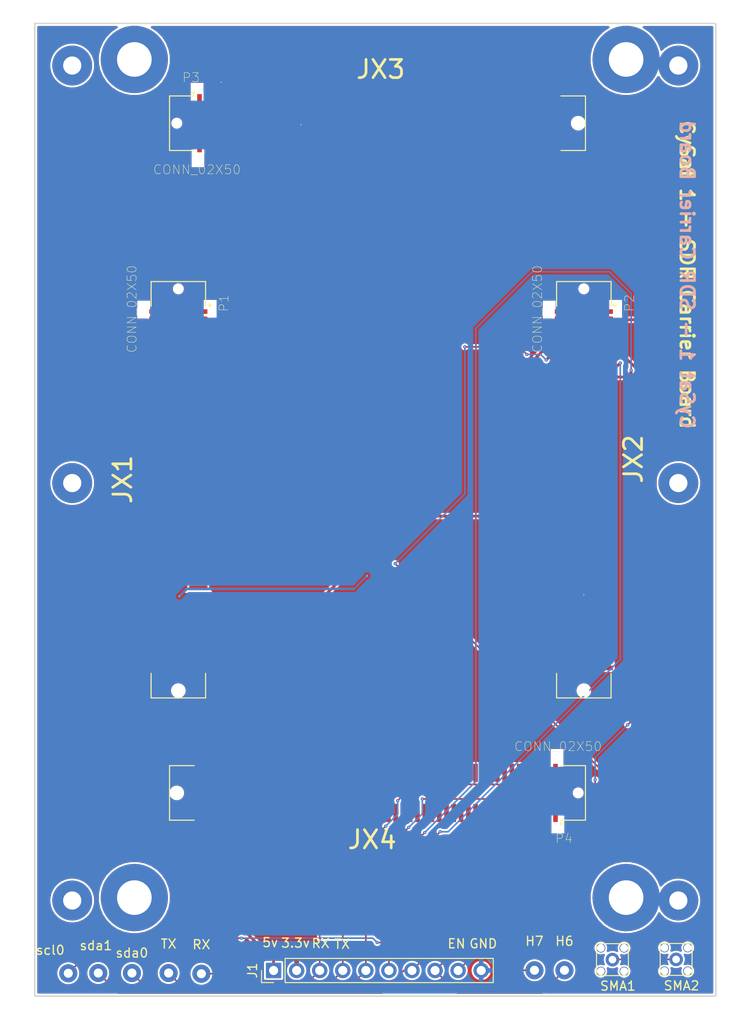
<source format=kicad_pcb>
(kicad_pcb (version 20171130) (host pcbnew "(5.1.4)-1")
  (layers (0 F.Cu signal) (31 B.Cu signal) (34 B.Paste user) (35 F.Paste user) (36 B.SilkS user) (37 F.SilkS user) (38 B.Mask user) (39 F.Mask user) (44 Edge.Cuts user))
  (net 0 "")
  (net 1 "Net-(P2-Pad82)")
  (net 2 "Net-(P1-Pad2)")
  (net 3 "Net-(P1-Pad50)")
  (net 4 "Net-(P1-Pad51)")
  (net 5 "Net-(P1-Pad49)")
  (net 6 "Net-(P1-Pad52)")
  (net 7 "Net-(P1-Pad48)")
  (net 8 "Net-(P1-Pad53)")
  (net 9 "Net-(P1-Pad47)")
  (net 10 "Net-(P1-Pad54)")
  (net 11 "Net-(P1-Pad46)")
  (net 12 "Net-(P1-Pad55)")
  (net 13 "Net-(P1-Pad45)")
  (net 14 "Net-(P1-Pad56)")
  (net 15 "Net-(P1-Pad44)")
  (net 16 "Net-(P1-Pad43)")
  (net 17 "Net-(P1-Pad42)")
  (net 18 "Net-(P1-Pad41)")
  (net 19 "Net-(P1-Pad40)")
  (net 20 "Net-(P1-Pad61)")
  (net 21 "Net-(P1-Pad39)")
  (net 22 "Net-(P1-Pad62)")
  (net 23 "Net-(P1-Pad38)")
  (net 24 "Net-(P1-Pad63)")
  (net 25 "Net-(P1-Pad37)")
  (net 26 "Net-(P1-Pad64)")
  (net 27 "Net-(P1-Pad36)")
  (net 28 "Net-(P1-Pad65)")
  (net 29 "Net-(P1-Pad35)")
  (net 30 "Net-(P1-Pad66)")
  (net 31 "Net-(P1-Pad34)")
  (net 32 "Net-(P1-Pad67)")
  (net 33 "Net-(P1-Pad33)")
  (net 34 "Net-(P1-Pad68)")
  (net 35 "Net-(P1-Pad32)")
  (net 36 "Net-(P1-Pad69)")
  (net 37 "Net-(P1-Pad31)")
  (net 38 "Net-(P1-Pad70)")
  (net 39 "Net-(P1-Pad30)")
  (net 40 "Net-(P1-Pad71)")
  (net 41 "Net-(P1-Pad29)")
  (net 42 "Net-(P1-Pad72)")
  (net 43 "Net-(P1-Pad28)")
  (net 44 "Net-(P1-Pad73)")
  (net 45 "Net-(P1-Pad27)")
  (net 46 "Net-(P1-Pad74)")
  (net 47 "Net-(P1-Pad26)")
  (net 48 "Net-(P1-Pad75)")
  (net 49 "Net-(P1-Pad25)")
  (net 50 "Net-(P1-Pad76)")
  (net 51 "Net-(P1-Pad24)")
  (net 52 "Net-(P1-Pad77)")
  (net 53 "Net-(P1-Pad23)")
  (net 54 "Net-(P1-Pad22)")
  (net 55 "Net-(P1-Pad21)")
  (net 56 "Net-(P1-Pad20)")
  (net 57 "Net-(P1-Pad81)")
  (net 58 "Net-(P1-Pad19)")
  (net 59 "Net-(P1-Pad82)")
  (net 60 "Net-(P1-Pad18)")
  (net 61 "Net-(P1-Pad83)")
  (net 62 "Net-(P1-Pad17)")
  (net 63 "Net-(P1-Pad84)")
  (net 64 "Net-(P1-Pad16)")
  (net 65 "Net-(P1-Pad85)")
  (net 66 "Net-(P1-Pad15)")
  (net 67 "Net-(P1-Pad86)")
  (net 68 "Net-(P1-Pad14)")
  (net 69 "Net-(P1-Pad87)")
  (net 70 "Net-(P1-Pad13)")
  (net 71 "Net-(P1-Pad88)")
  (net 72 "Net-(P1-Pad12)")
  (net 73 "Net-(P1-Pad89)")
  (net 74 "Net-(P1-Pad11)")
  (net 75 "Net-(P1-Pad90)")
  (net 76 "Net-(P1-Pad10)")
  (net 77 "Net-(P1-Pad91)")
  (net 78 "Net-(P1-Pad9)")
  (net 79 "Net-(P1-Pad92)")
  (net 80 "Net-(P1-Pad8)")
  (net 81 "Net-(P1-Pad93)")
  (net 82 "Net-(P1-Pad7)")
  (net 83 "Net-(P1-Pad94)")
  (net 84 "Net-(P1-Pad6)")
  (net 85 "Net-(P1-Pad95)")
  (net 86 "Net-(P1-Pad5)")
  (net 87 "Net-(P1-Pad96)")
  (net 88 "Net-(P1-Pad4)")
  (net 89 "Net-(P1-Pad97)")
  (net 90 "Net-(P1-Pad3)")
  (net 91 "Net-(P1-Pad98)")
  (net 92 "Net-(P1-Pad99)")
  (net 93 "Net-(P1-Pad1)")
  (net 94 "Net-(P1-Pad100)")
  (net 95 "Net-(P2-Pad2)")
  (net 96 "Net-(P2-Pad50)")
  (net 97 "Net-(P2-Pad51)")
  (net 98 "Net-(P2-Pad49)")
  (net 99 "Net-(P2-Pad52)")
  (net 100 "Net-(P2-Pad48)")
  (net 101 "Net-(P2-Pad53)")
  (net 102 "Net-(P2-Pad47)")
  (net 103 "Net-(P2-Pad54)")
  (net 104 "Net-(P2-Pad46)")
  (net 105 "Net-(P2-Pad55)")
  (net 106 "Net-(P2-Pad45)")
  (net 107 "Net-(P2-Pad56)")
  (net 108 "Net-(P2-Pad44)")
  (net 109 "Net-(P2-Pad43)")
  (net 110 "Net-(P2-Pad42)")
  (net 111 "Net-(P2-Pad41)")
  (net 112 "Net-(P2-Pad40)")
  (net 113 "Net-(P2-Pad61)")
  (net 114 "Net-(P2-Pad39)")
  (net 115 "Net-(P2-Pad62)")
  (net 116 "Net-(P2-Pad38)")
  (net 117 "Net-(P2-Pad63)")
  (net 118 "Net-(P2-Pad37)")
  (net 119 "Net-(P2-Pad64)")
  (net 120 "Net-(P2-Pad36)")
  (net 121 "Net-(P2-Pad65)")
  (net 122 "Net-(P2-Pad35)")
  (net 123 "Net-(P2-Pad66)")
  (net 124 "Net-(P2-Pad34)")
  (net 125 "Net-(P2-Pad67)")
  (net 126 "Net-(P2-Pad33)")
  (net 127 "Net-(P2-Pad68)")
  (net 128 "Net-(P2-Pad32)")
  (net 129 "Net-(P2-Pad69)")
  (net 130 "Net-(P2-Pad31)")
  (net 131 "Net-(P2-Pad70)")
  (net 132 "Net-(P2-Pad30)")
  (net 133 "Net-(P2-Pad71)")
  (net 134 "Net-(P2-Pad29)")
  (net 135 "Net-(P2-Pad72)")
  (net 136 "Net-(P2-Pad28)")
  (net 137 "Net-(P2-Pad73)")
  (net 138 "Net-(P2-Pad27)")
  (net 139 "Net-(P2-Pad74)")
  (net 140 "Net-(P2-Pad26)")
  (net 141 "Net-(P2-Pad75)")
  (net 142 "Net-(P2-Pad25)")
  (net 143 "Net-(P2-Pad76)")
  (net 144 "Net-(P2-Pad24)")
  (net 145 "Net-(P2-Pad77)")
  (net 146 "Net-(P2-Pad23)")
  (net 147 "Net-(P2-Pad22)")
  (net 148 "Net-(P2-Pad21)")
  (net 149 "Net-(P2-Pad20)")
  (net 150 "Net-(P2-Pad81)")
  (net 151 "Net-(P2-Pad18)")
  (net 152 "Net-(P2-Pad83)")
  (net 153 "Net-(P2-Pad84)")
  (net 154 "Net-(P2-Pad16)")
  (net 155 "Net-(P2-Pad85)")
  (net 156 "Net-(P2-Pad15)")
  (net 157 "Net-(P2-Pad86)")
  (net 158 "Net-(P2-Pad87)")
  (net 159 "Net-(P2-Pad88)")
  (net 160 "Net-(P2-Pad89)")
  (net 161 "Net-(P2-Pad11)")
  (net 162 "Net-(P2-Pad90)")
  (net 163 "Net-(P2-Pad10)")
  (net 164 "Net-(P2-Pad91)")
  (net 165 "Net-(P2-Pad9)")
  (net 166 "Net-(P2-Pad92)")
  (net 167 "Net-(P2-Pad8)")
  (net 168 "Net-(P2-Pad93)")
  (net 169 "Net-(P2-Pad7)")
  (net 170 "Net-(P2-Pad94)")
  (net 171 "Net-(P2-Pad6)")
  (net 172 "Net-(P2-Pad95)")
  (net 173 "Net-(P2-Pad96)")
  (net 174 "Net-(P2-Pad4)")
  (net 175 "Net-(P2-Pad97)")
  (net 176 "Net-(P2-Pad3)")
  (net 177 "Net-(P2-Pad99)")
  (net 178 "Net-(P2-Pad1)")
  (net 179 "Net-(P2-Pad100)")
  (net 180 "Net-(P3-Pad2)")
  (net 181 "Net-(P3-Pad50)")
  (net 182 "Net-(P3-Pad51)")
  (net 183 "Net-(P3-Pad49)")
  (net 184 "Net-(P3-Pad52)")
  (net 185 "Net-(P3-Pad48)")
  (net 186 "Net-(P3-Pad53)")
  (net 187 "Net-(P3-Pad47)")
  (net 188 "Net-(P3-Pad54)")
  (net 189 "Net-(P3-Pad55)")
  (net 190 "Net-(P3-Pad56)")
  (net 191 "Net-(P3-Pad44)")
  (net 192 "Net-(P3-Pad57)")
  (net 193 "Net-(P3-Pad43)")
  (net 194 "Net-(P3-Pad58)")
  (net 195 "Net-(P3-Pad42)")
  (net 196 "Net-(P3-Pad59)")
  (net 197 "Net-(P3-Pad41)")
  (net 198 "Net-(P3-Pad60)")
  (net 199 "Net-(P3-Pad40)")
  (net 200 "Net-(P3-Pad61)")
  (net 201 "Net-(P3-Pad39)")
  (net 202 "Net-(P3-Pad62)")
  (net 203 "Net-(P3-Pad38)")
  (net 204 "Net-(P3-Pad63)")
  (net 205 "Net-(P3-Pad37)")
  (net 206 "Net-(P3-Pad64)")
  (net 207 "Net-(P3-Pad36)")
  (net 208 "Net-(P3-Pad65)")
  (net 209 "Net-(P3-Pad35)")
  (net 210 "Net-(P3-Pad66)")
  (net 211 "Net-(P3-Pad34)")
  (net 212 "Net-(P3-Pad67)")
  (net 213 "Net-(P3-Pad33)")
  (net 214 "Net-(P3-Pad68)")
  (net 215 "Net-(P3-Pad69)")
  (net 216 "Net-(P3-Pad31)")
  (net 217 "Net-(P3-Pad70)")
  (net 218 "Net-(P3-Pad71)")
  (net 219 "Net-(P3-Pad29)")
  (net 220 "Net-(P3-Pad72)")
  (net 221 "Net-(P3-Pad28)")
  (net 222 "Net-(P3-Pad73)")
  (net 223 "Net-(P3-Pad27)")
  (net 224 "Net-(P3-Pad74)")
  (net 225 "Net-(P3-Pad26)")
  (net 226 "Net-(P3-Pad75)")
  (net 227 "Net-(P3-Pad25)")
  (net 228 "Net-(P3-Pad76)")
  (net 229 "Net-(P3-Pad24)")
  (net 230 "Net-(P3-Pad77)")
  (net 231 "Net-(P3-Pad23)")
  (net 232 "Net-(P3-Pad78)")
  (net 233 "Net-(P3-Pad22)")
  (net 234 "Net-(P3-Pad79)")
  (net 235 "Net-(P3-Pad21)")
  (net 236 "Net-(P3-Pad80)")
  (net 237 "Net-(P3-Pad20)")
  (net 238 "Net-(P3-Pad81)")
  (net 239 "Net-(P3-Pad19)")
  (net 240 "Net-(P3-Pad82)")
  (net 241 "Net-(P3-Pad18)")
  (net 242 "Net-(P3-Pad83)")
  (net 243 "Net-(P3-Pad17)")
  (net 244 "Net-(P3-Pad84)")
  (net 245 "Net-(P3-Pad16)")
  (net 246 "Net-(P3-Pad85)")
  (net 247 "Net-(P3-Pad15)")
  (net 248 "Net-(P3-Pad86)")
  (net 249 "Net-(P3-Pad14)")
  (net 250 "Net-(P3-Pad87)")
  (net 251 "Net-(P3-Pad13)")
  (net 252 "Net-(P3-Pad88)")
  (net 253 "Net-(P3-Pad12)")
  (net 254 "Net-(P3-Pad89)")
  (net 255 "Net-(P3-Pad90)")
  (net 256 "Net-(P3-Pad10)")
  (net 257 "Net-(P3-Pad91)")
  (net 258 "Net-(P3-Pad92)")
  (net 259 "Net-(P3-Pad8)")
  (net 260 "Net-(P3-Pad93)")
  (net 261 "Net-(P3-Pad94)")
  (net 262 "Net-(P3-Pad6)")
  (net 263 "Net-(P3-Pad95)")
  (net 264 "Net-(P3-Pad96)")
  (net 265 "Net-(P3-Pad4)")
  (net 266 "Net-(P3-Pad97)")
  (net 267 "Net-(P3-Pad3)")
  (net 268 "Net-(P3-Pad98)")
  (net 269 "Net-(P3-Pad99)")
  (net 270 "Net-(P3-Pad1)")
  (net 271 "Net-(P3-Pad100)")
  (net 272 "Net-(P4-Pad2)")
  (net 273 "Net-(P4-Pad50)")
  (net 274 "Net-(P4-Pad51)")
  (net 275 "Net-(P4-Pad49)")
  (net 276 "Net-(P4-Pad52)")
  (net 277 "Net-(P4-Pad48)")
  (net 278 "Net-(P4-Pad53)")
  (net 279 "Net-(P4-Pad47)")
  (net 280 "Net-(P4-Pad54)")
  (net 281 "Net-(P4-Pad46)")
  (net 282 "Net-(P4-Pad55)")
  (net 283 "Net-(P4-Pad45)")
  (net 284 "Net-(P4-Pad56)")
  (net 285 "Net-(P4-Pad44)")
  (net 286 "Net-(P4-Pad57)")
  (net 287 "Net-(P4-Pad43)")
  (net 288 "Net-(P4-Pad58)")
  (net 289 "Net-(P4-Pad42)")
  (net 290 "Net-(P4-Pad59)")
  (net 291 "Net-(P4-Pad41)")
  (net 292 "Net-(P4-Pad60)")
  (net 293 "Net-(P4-Pad40)")
  (net 294 "Net-(P4-Pad61)")
  (net 295 "Net-(P4-Pad39)")
  (net 296 "Net-(P4-Pad62)")
  (net 297 "Net-(P4-Pad38)")
  (net 298 "Net-(P4-Pad63)")
  (net 299 "Net-(P4-Pad37)")
  (net 300 "Net-(P4-Pad64)")
  (net 301 "Net-(P4-Pad36)")
  (net 302 "Net-(P4-Pad65)")
  (net 303 "Net-(P4-Pad35)")
  (net 304 "Net-(P4-Pad66)")
  (net 305 "Net-(P4-Pad34)")
  (net 306 "Net-(P4-Pad67)")
  (net 307 "Net-(P4-Pad33)")
  (net 308 "Net-(P4-Pad68)")
  (net 309 "Net-(P4-Pad32)")
  (net 310 "Net-(P4-Pad69)")
  (net 311 "Net-(P4-Pad31)")
  (net 312 "Net-(P4-Pad70)")
  (net 313 "Net-(P4-Pad30)")
  (net 314 "Net-(P4-Pad71)")
  (net 315 "Net-(P4-Pad29)")
  (net 316 "Net-(P4-Pad72)")
  (net 317 "Net-(P4-Pad28)")
  (net 318 "Net-(P4-Pad73)")
  (net 319 "Net-(P4-Pad27)")
  (net 320 "Net-(P4-Pad74)")
  (net 321 "Net-(P4-Pad26)")
  (net 322 "Net-(P4-Pad75)")
  (net 323 "Net-(P4-Pad25)")
  (net 324 "Net-(P4-Pad76)")
  (net 325 "Net-(P4-Pad24)")
  (net 326 "Net-(P4-Pad77)")
  (net 327 "Net-(P4-Pad23)")
  (net 328 "Net-(P4-Pad78)")
  (net 329 "Net-(P4-Pad22)")
  (net 330 "Net-(P4-Pad79)")
  (net 331 "Net-(P4-Pad21)")
  (net 332 "Net-(P4-Pad80)")
  (net 333 "Net-(P4-Pad20)")
  (net 334 "Net-(P4-Pad81)")
  (net 335 "Net-(P4-Pad19)")
  (net 336 "Net-(P4-Pad82)")
  (net 337 "Net-(P4-Pad18)")
  (net 338 "Net-(P4-Pad83)")
  (net 339 "Net-(P4-Pad17)")
  (net 340 "Net-(P4-Pad84)")
  (net 341 "Net-(P4-Pad85)")
  (net 342 "Net-(P4-Pad15)")
  (net 343 "Net-(P4-Pad86)")
  (net 344 "Net-(P4-Pad87)")
  (net 345 "Net-(P4-Pad13)")
  (net 346 "Net-(P4-Pad88)")
  (net 347 "Net-(P4-Pad12)")
  (net 348 "Net-(P4-Pad89)")
  (net 349 "Net-(P4-Pad11)")
  (net 350 "Net-(P4-Pad90)")
  (net 351 "Net-(P4-Pad10)")
  (net 352 "Net-(P4-Pad91)")
  (net 353 "Net-(P4-Pad9)")
  (net 354 "Net-(P4-Pad92)")
  (net 355 "Net-(P4-Pad8)")
  (net 356 "Net-(P4-Pad93)")
  (net 357 "Net-(P4-Pad7)")
  (net 358 "Net-(P4-Pad94)")
  (net 359 "Net-(P4-Pad6)")
  (net 360 "Net-(P4-Pad95)")
  (net 361 "Net-(P4-Pad5)")
  (net 362 "Net-(P4-Pad96)")
  (net 363 "Net-(P4-Pad4)")
  (net 364 "Net-(P4-Pad97)")
  (net 365 "Net-(P4-Pad3)")
  (net 366 "Net-(P4-Pad98)")
  (net 367 "Net-(P4-Pad99)")
  (net 368 "Net-(P4-Pad1)")
  (net 369 "Net-(P4-Pad100)")
  (net 370 "Net-(SMA1-Pad1)")
  (net 371 /GND)
  (net 372 /ENABLE)
  (net 373 /SCL1)
  (net 374 /SDA1)
  (net 375 /SCL0)
  (net 376 /SDA0)
  (net 377 /UART_TX)
  (net 378 /UART_RX)
  (net 379 /3.3v)
  (net 380 /5v)
  (module "Mounting_Holes:Molex MMCX SMD 50Ohm" (layer F.Cu) (at 120.6246 152.9588)
    (fp_text reference SMA2 (at 0.6 2.9) (layer F.SilkS))
    (fp_text value Molex-MMCX-SMD)
    (pad 1 thru_hole circle (at 0 0) (size 1.5 1.5) (drill 0.84) (layers *.Cu *.Mask) (net 370 "Net-(SMA1-Pad1)"))
    (pad 1 thru_hole circle (at -1.28 -1.28) (size 1 1) (drill 0.84) (layers *.Cu *.Mask) (net 370 "Net-(SMA1-Pad1)"))
    (pad 1 thru_hole circle (at -1.28 1.28) (size 1 1) (drill 0.84) (layers *.Cu *.Mask) (net 370 "Net-(SMA1-Pad1)"))
    (pad 1 thru_hole circle (at 1.28 1.28) (size 1 1) (drill 0.84) (layers *.Cu *.Mask) (net 370 "Net-(SMA1-Pad1)"))
    (pad 1 thru_hole circle (at 1.28 -1.28) (size 1 1) (drill 0.84) (layers *.Cu *.Mask) (net 370 "Net-(SMA1-Pad1)"))
  )
  (module "Mounting_Holes:Molex MMCX SMD 50Ohm" (layer F.Cu) (at 113.6142 152.9842)
    (fp_text reference SMA1 (at 0.6 2.9) (layer F.SilkS))
    (fp_text value Molex-MMCX-SMD)
    (pad 1 thru_hole circle (at 0 0) (size 1.5 1.5) (drill 0.84) (layers *.Cu *.Mask) (net 370 "Net-(SMA1-Pad1)"))
    (pad 1 thru_hole circle (at -1.28 -1.28) (size 1 1) (drill 0.84) (layers *.Cu *.Mask) (net 370 "Net-(SMA1-Pad1)"))
    (pad 1 thru_hole circle (at -1.28 1.28) (size 1 1) (drill 0.84) (layers *.Cu *.Mask) (net 370 "Net-(SMA1-Pad1)"))
    (pad 1 thru_hole circle (at 1.28 1.28) (size 1 1) (drill 0.84) (layers *.Cu *.Mask) (net 370 "Net-(SMA1-Pad1)"))
    (pad 1 thru_hole circle (at 1.28 -1.28) (size 1 1) (drill 0.84) (layers *.Cu *.Mask) (net 370 "Net-(SMA1-Pad1)"))
  )
  (module MountingHole:MountingHole_2.2mm_M2_Pad (layer F.Cu) (at 105.029 154.1526)
    (fp_text reference H7 (at 0 -3.2) (layer F.SilkS))
    (fp_text value MountingHole_Pad)
    (pad 1 thru_hole circle (at 0 0) (size 2 2) (drill 1) (layers *.Cu *.Mask) (net 372 /ENABLE))
  )
  (module MountingHole:MountingHole_2.2mm_M2_Pad (layer F.Cu) (at 108.331 154.1526)
    (fp_text reference H6 (at 0 -3.2) (layer F.SilkS))
    (fp_text value MountingHole_Pad)
    (pad 1 thru_hole circle (at 0 0) (size 2 2) (drill 1) (layers *.Cu *.Mask) (net 373 /SCL1))
  )
  (module MountingHole:MountingHole_2.2mm_M2_Pad (layer F.Cu) (at 56.9976 154.4574)
    (fp_text reference sda1 (at -0.254 -3.0226) (layer F.SilkS))
    (fp_text value MountingHole_Pad)
    (pad 1 thru_hole circle (at 0 0) (size 2 2) (drill 1) (layers *.Cu *.Mask) (net 374 /SDA1))
  )
  (module MountingHole:MountingHole_2.2mm_M2_Pad (layer F.Cu) (at 53.6956 154.4828)
    (fp_text reference scl0 (at -1.9812 -2.54) (layer F.SilkS))
    (fp_text value MountingHole_Pad)
    (pad 1 thru_hole circle (at 0 0) (size 2 2) (drill 1) (layers *.Cu *.Mask) (net 375 /SCL0))
  )
  (module MountingHole:MountingHole_2.2mm_M2_Pad (layer F.Cu) (at 60.706 154.4574)
    (fp_text reference sda0 (at 0 -2.2098) (layer F.SilkS))
    (fp_text value MountingHole_Pad)
    (pad 1 thru_hole circle (at 0 0) (size 2 2) (drill 1) (layers *.Cu *.Mask) (net 376 /SDA0))
  )
  (module MountingHole:MountingHole_2.2mm_M2_Pad (layer F.Cu) (at 64.7446 154.4574)
    (fp_text reference TX (at 0 -3.2) (layer F.SilkS))
    (fp_text value MountingHole_Pad)
    (pad 1 thru_hole circle (at 0 0) (size 2 2) (drill 1) (layers *.Cu *.Mask) (net 377 /UART_TX))
  )
  (module MountingHole:MountingHole_2.2mm_M2_Pad (layer F.Cu) (at 68.3514 154.5336)
    (fp_text reference RX (at 0 -3.2) (layer F.SilkS))
    (fp_text value MountingHole_Pad)
    (pad 1 thru_hole circle (at 0 0) (size 2 2) (drill 1) (layers *.Cu *.Mask) (net 378 /UART_RX))
  )
  (module 61083-101400LF:FCI_61083-101400LF (layer F.Cu) (at 87.745 134.645 180)
    (fp_text reference P4 (at -20.5328 -5.01905) (layer F.SilkS) (effects (font (size 1.00355 1.00355) (thickness 0.05))))
    (fp_text value CONN_02X50 (at -19.8784 5.10951) (layer F.SilkS) (effects (font (size 1.0027 1.0027) (thickness 0.05))))
    (fp_text user 1 (at -19.8629 -3.50491) (layer Edge.Cuts) (effects (font (thickness 0.05))))
    (fp_text user 2 (at -19.7714 3.81365) (layer Edge.Cuts) (effects (font (thickness 0.05))))
    (pad 100 smd rect (at 19.6 2.2 180) (size 0.5 2) (layers F.Cu F.Paste F.Mask) (net 369 "Net-(P4-Pad100)"))
    (pad 99 smd rect (at 19.6 -2.2 180) (size 0.5 2) (layers F.Cu F.Paste F.Mask) (net 367 "Net-(P4-Pad99)"))
    (pad 98 smd rect (at 18.8 2.2 180) (size 0.5 2) (layers F.Cu F.Paste F.Mask) (net 366 "Net-(P4-Pad98)"))
    (pad 97 smd rect (at 18.8 -2.2 180) (size 0.5 2) (layers F.Cu F.Paste F.Mask) (net 364 "Net-(P4-Pad97)"))
    (pad 96 smd rect (at 18 2.2 180) (size 0.5 2) (layers F.Cu F.Paste F.Mask) (net 362 "Net-(P4-Pad96)"))
    (pad 95 smd rect (at 18 -2.2 180) (size 0.5 2) (layers F.Cu F.Paste F.Mask) (net 360 "Net-(P4-Pad95)"))
    (pad 94 smd rect (at 17.2 2.2 180) (size 0.5 2) (layers F.Cu F.Paste F.Mask) (net 358 "Net-(P4-Pad94)"))
    (pad 93 smd rect (at 17.2 -2.2 180) (size 0.5 2) (layers F.Cu F.Paste F.Mask) (net 356 "Net-(P4-Pad93)"))
    (pad 92 smd rect (at 16.4 2.2 180) (size 0.5 2) (layers F.Cu F.Paste F.Mask) (net 354 "Net-(P4-Pad92)"))
    (pad 91 smd rect (at 16.4 -2.2 180) (size 0.5 2) (layers F.Cu F.Paste F.Mask) (net 352 "Net-(P4-Pad91)"))
    (pad 90 smd rect (at 15.6 2.2 180) (size 0.5 2) (layers F.Cu F.Paste F.Mask) (net 350 "Net-(P4-Pad90)"))
    (pad 89 smd rect (at 15.6 -2.2 180) (size 0.5 2) (layers F.Cu F.Paste F.Mask) (net 348 "Net-(P4-Pad89)"))
    (pad 88 smd rect (at 14.8 2.2 180) (size 0.5 2) (layers F.Cu F.Paste F.Mask) (net 346 "Net-(P4-Pad88)"))
    (pad 87 smd rect (at 14.8 -2.2 180) (size 0.5 2) (layers F.Cu F.Paste F.Mask) (net 344 "Net-(P4-Pad87)"))
    (pad 86 smd rect (at 14 2.2 180) (size 0.5 2) (layers F.Cu F.Paste F.Mask) (net 343 "Net-(P4-Pad86)"))
    (pad 85 smd rect (at 14 -2.2 180) (size 0.5 2) (layers F.Cu F.Paste F.Mask) (net 341 "Net-(P4-Pad85)"))
    (pad 84 smd rect (at 13.2 2.2 180) (size 0.5 2) (layers F.Cu F.Paste F.Mask) (net 340 "Net-(P4-Pad84)"))
    (pad 83 smd rect (at 13.2 -2.2 180) (size 0.5 2) (layers F.Cu F.Paste F.Mask) (net 338 "Net-(P4-Pad83)"))
    (pad 82 smd rect (at 12.4 2.2 180) (size 0.5 2) (layers F.Cu F.Paste F.Mask) (net 336 "Net-(P4-Pad82)"))
    (pad 81 smd rect (at 12.4 -2.2 180) (size 0.5 2) (layers F.Cu F.Paste F.Mask) (net 334 "Net-(P4-Pad81)"))
    (pad 80 smd rect (at 11.6 2.2 180) (size 0.5 2) (layers F.Cu F.Paste F.Mask) (net 332 "Net-(P4-Pad80)"))
    (pad 79 smd rect (at 11.6 -2.2 180) (size 0.5 2) (layers F.Cu F.Paste F.Mask) (net 330 "Net-(P4-Pad79)"))
    (pad 78 smd rect (at 10.8 2.2 180) (size 0.5 2) (layers F.Cu F.Paste F.Mask) (net 328 "Net-(P4-Pad78)"))
    (pad 77 smd rect (at 10.8 -2.2 180) (size 0.5 2) (layers F.Cu F.Paste F.Mask) (net 326 "Net-(P4-Pad77)"))
    (pad 76 smd rect (at 10 2.2 180) (size 0.5 2) (layers F.Cu F.Paste F.Mask) (net 324 "Net-(P4-Pad76)"))
    (pad 75 smd rect (at 10 -2.2 180) (size 0.5 2) (layers F.Cu F.Paste F.Mask) (net 322 "Net-(P4-Pad75)"))
    (pad 74 smd rect (at 9.2 2.2 180) (size 0.5 2) (layers F.Cu F.Paste F.Mask) (net 320 "Net-(P4-Pad74)"))
    (pad 73 smd rect (at 9.2 -2.2 180) (size 0.5 2) (layers F.Cu F.Paste F.Mask) (net 318 "Net-(P4-Pad73)"))
    (pad 72 smd rect (at 8.4 2.2 180) (size 0.5 2) (layers F.Cu F.Paste F.Mask) (net 316 "Net-(P4-Pad72)"))
    (pad 71 smd rect (at 8.4 -2.2 180) (size 0.5 2) (layers F.Cu F.Paste F.Mask) (net 314 "Net-(P4-Pad71)"))
    (pad 70 smd rect (at 7.6 2.2 180) (size 0.5 2) (layers F.Cu F.Paste F.Mask) (net 312 "Net-(P4-Pad70)"))
    (pad 69 smd rect (at 7.6 -2.2 180) (size 0.5 2) (layers F.Cu F.Paste F.Mask) (net 310 "Net-(P4-Pad69)"))
    (pad 68 smd rect (at 6.8 2.2 180) (size 0.5 2) (layers F.Cu F.Paste F.Mask) (net 308 "Net-(P4-Pad68)"))
    (pad 67 smd rect (at 6.8 -2.2 180) (size 0.5 2) (layers F.Cu F.Paste F.Mask) (net 306 "Net-(P4-Pad67)"))
    (pad 66 smd rect (at 6 2.2 180) (size 0.5 2) (layers F.Cu F.Paste F.Mask) (net 304 "Net-(P4-Pad66)"))
    (pad 65 smd rect (at 6 -2.2 180) (size 0.5 2) (layers F.Cu F.Paste F.Mask) (net 302 "Net-(P4-Pad65)"))
    (pad 64 smd rect (at 5.2 2.2 180) (size 0.5 2) (layers F.Cu F.Paste F.Mask) (net 300 "Net-(P4-Pad64)"))
    (pad 63 smd rect (at 5.2 -2.2 180) (size 0.5 2) (layers F.Cu F.Paste F.Mask) (net 298 "Net-(P4-Pad63)"))
    (pad 62 smd rect (at 4.4 2.2 180) (size 0.5 2) (layers F.Cu F.Paste F.Mask) (net 296 "Net-(P4-Pad62)"))
    (pad 61 smd rect (at 4.4 -2.2 180) (size 0.5 2) (layers F.Cu F.Paste F.Mask) (net 294 "Net-(P4-Pad61)"))
    (pad 60 smd rect (at 3.6 2.2 180) (size 0.5 2) (layers F.Cu F.Paste F.Mask) (net 292 "Net-(P4-Pad60)"))
    (pad 59 smd rect (at 3.6 -2.2 180) (size 0.5 2) (layers F.Cu F.Paste F.Mask) (net 290 "Net-(P4-Pad59)"))
    (pad 58 smd rect (at 2.8 2.2 180) (size 0.5 2) (layers F.Cu F.Paste F.Mask) (net 288 "Net-(P4-Pad58)"))
    (pad 57 smd rect (at 2.8 -2.2 180) (size 0.5 2) (layers F.Cu F.Paste F.Mask) (net 286 "Net-(P4-Pad57)"))
    (pad 56 smd rect (at 2 2.2 180) (size 0.5 2) (layers F.Cu F.Paste F.Mask) (net 284 "Net-(P4-Pad56)"))
    (pad 55 smd rect (at 2 -2.2 180) (size 0.5 2) (layers F.Cu F.Paste F.Mask) (net 282 "Net-(P4-Pad55)"))
    (pad 54 smd rect (at 1.2 2.2 180) (size 0.5 2) (layers F.Cu F.Paste F.Mask) (net 280 "Net-(P4-Pad54)"))
    (pad 53 smd rect (at 1.2 -2.2 180) (size 0.5 2) (layers F.Cu F.Paste F.Mask) (net 278 "Net-(P4-Pad53)"))
    (pad 52 smd rect (at 0.4 2.2 180) (size 0.5 2) (layers F.Cu F.Paste F.Mask) (net 276 "Net-(P4-Pad52)"))
    (pad 51 smd rect (at 0.4 -2.2 180) (size 0.5 2) (layers F.Cu F.Paste F.Mask) (net 274 "Net-(P4-Pad51)"))
    (pad 50 smd rect (at -0.4 2.2 180) (size 0.5 2) (layers F.Cu F.Paste F.Mask) (net 273 "Net-(P4-Pad50)"))
    (pad 49 smd rect (at -0.4 -2.2 180) (size 0.5 2) (layers F.Cu F.Paste F.Mask) (net 275 "Net-(P4-Pad49)"))
    (pad 48 smd rect (at -1.2 2.2 180) (size 0.5 2) (layers F.Cu F.Paste F.Mask) (net 277 "Net-(P4-Pad48)"))
    (pad 47 smd rect (at -1.2 -2.2 180) (size 0.5 2) (layers F.Cu F.Paste F.Mask) (net 279 "Net-(P4-Pad47)"))
    (pad 46 smd rect (at -2 2.2 180) (size 0.5 2) (layers F.Cu F.Paste F.Mask) (net 281 "Net-(P4-Pad46)"))
    (pad 45 smd rect (at -2 -2.2 180) (size 0.5 2) (layers F.Cu F.Paste F.Mask) (net 283 "Net-(P4-Pad45)"))
    (pad 44 smd rect (at -2.8 2.2 180) (size 0.5 2) (layers F.Cu F.Paste F.Mask) (net 285 "Net-(P4-Pad44)"))
    (pad 43 smd rect (at -2.8 -2.2 180) (size 0.5 2) (layers F.Cu F.Paste F.Mask) (net 287 "Net-(P4-Pad43)"))
    (pad 42 smd rect (at -3.6 2.2 180) (size 0.5 2) (layers F.Cu F.Paste F.Mask) (net 289 "Net-(P4-Pad42)"))
    (pad 41 smd rect (at -3.6 -2.2 180) (size 0.5 2) (layers F.Cu F.Paste F.Mask) (net 291 "Net-(P4-Pad41)"))
    (pad 40 smd rect (at -4.4 2.2 180) (size 0.5 2) (layers F.Cu F.Paste F.Mask) (net 293 "Net-(P4-Pad40)"))
    (pad 39 smd rect (at -4.4 -2.2 180) (size 0.5 2) (layers F.Cu F.Paste F.Mask) (net 295 "Net-(P4-Pad39)"))
    (pad 38 smd rect (at -5.2 2.2 180) (size 0.5 2) (layers F.Cu F.Paste F.Mask) (net 297 "Net-(P4-Pad38)"))
    (pad 37 smd rect (at -5.2 -2.2 180) (size 0.5 2) (layers F.Cu F.Paste F.Mask) (net 299 "Net-(P4-Pad37)"))
    (pad 36 smd rect (at -6 2.2 180) (size 0.5 2) (layers F.Cu F.Paste F.Mask) (net 301 "Net-(P4-Pad36)"))
    (pad 35 smd rect (at -6 -2.2 180) (size 0.5 2) (layers F.Cu F.Paste F.Mask) (net 303 "Net-(P4-Pad35)"))
    (pad 34 smd rect (at -6.8 2.2 180) (size 0.5 2) (layers F.Cu F.Paste F.Mask) (net 305 "Net-(P4-Pad34)"))
    (pad 33 smd rect (at -6.8 -2.2 180) (size 0.5 2) (layers F.Cu F.Paste F.Mask) (net 307 "Net-(P4-Pad33)"))
    (pad 32 smd rect (at -7.6 2.2 180) (size 0.5 2) (layers F.Cu F.Paste F.Mask) (net 309 "Net-(P4-Pad32)"))
    (pad 31 smd rect (at -7.6 -2.2 180) (size 0.5 2) (layers F.Cu F.Paste F.Mask) (net 311 "Net-(P4-Pad31)"))
    (pad 30 smd rect (at -8.4 2.2 180) (size 0.5 2) (layers F.Cu F.Paste F.Mask) (net 313 "Net-(P4-Pad30)"))
    (pad 29 smd rect (at -8.4 -2.2 180) (size 0.5 2) (layers F.Cu F.Paste F.Mask) (net 315 "Net-(P4-Pad29)"))
    (pad 28 smd rect (at -9.2 2.2 180) (size 0.5 2) (layers F.Cu F.Paste F.Mask) (net 317 "Net-(P4-Pad28)"))
    (pad 27 smd rect (at -9.2 -2.2 180) (size 0.5 2) (layers F.Cu F.Paste F.Mask) (net 319 "Net-(P4-Pad27)"))
    (pad 26 smd rect (at -10 2.2 180) (size 0.5 2) (layers F.Cu F.Paste F.Mask) (net 321 "Net-(P4-Pad26)"))
    (pad 25 smd rect (at -10 -2.2 180) (size 0.5 2) (layers F.Cu F.Paste F.Mask) (net 323 "Net-(P4-Pad25)"))
    (pad 24 smd rect (at -10.8 2.2 180) (size 0.5 2) (layers F.Cu F.Paste F.Mask) (net 325 "Net-(P4-Pad24)"))
    (pad 23 smd rect (at -10.8 -2.2 180) (size 0.5 2) (layers F.Cu F.Paste F.Mask) (net 327 "Net-(P4-Pad23)"))
    (pad 22 smd rect (at -11.6 2.2 180) (size 0.5 2) (layers F.Cu F.Paste F.Mask) (net 329 "Net-(P4-Pad22)"))
    (pad 21 smd rect (at -11.6 -2.2 180) (size 0.5 2) (layers F.Cu F.Paste F.Mask) (net 331 "Net-(P4-Pad21)"))
    (pad 20 smd rect (at -12.4 2.2 180) (size 0.5 2) (layers F.Cu F.Paste F.Mask) (net 333 "Net-(P4-Pad20)"))
    (pad 19 smd rect (at -12.4 -2.2 180) (size 0.5 2) (layers F.Cu F.Paste F.Mask) (net 335 "Net-(P4-Pad19)"))
    (pad 18 smd rect (at -13.2 2.2 180) (size 0.5 2) (layers F.Cu F.Paste F.Mask) (net 337 "Net-(P4-Pad18)"))
    (pad 17 smd rect (at -13.2 -2.2 180) (size 0.5 2) (layers F.Cu F.Paste F.Mask) (net 339 "Net-(P4-Pad17)"))
    (pad 16 smd rect (at -14 2.2 180) (size 0.5 2) (layers F.Cu F.Paste F.Mask) (net 378 /UART_RX))
    (pad 15 smd rect (at -14 -2.2 180) (size 0.5 2) (layers F.Cu F.Paste F.Mask) (net 342 "Net-(P4-Pad15)"))
    (pad 14 smd rect (at -14.8 2.2 180) (size 0.5 2) (layers F.Cu F.Paste F.Mask) (net 377 /UART_TX))
    (pad 13 smd rect (at -14.8 -2.2 180) (size 0.5 2) (layers F.Cu F.Paste F.Mask) (net 345 "Net-(P4-Pad13)"))
    (pad 12 smd rect (at -15.6 2.2 180) (size 0.5 2) (layers F.Cu F.Paste F.Mask) (net 347 "Net-(P4-Pad12)"))
    (pad 11 smd rect (at -15.6 -2.2 180) (size 0.5 2) (layers F.Cu F.Paste F.Mask) (net 349 "Net-(P4-Pad11)"))
    (pad 10 smd rect (at -16.4 2.2 180) (size 0.5 2) (layers F.Cu F.Paste F.Mask) (net 351 "Net-(P4-Pad10)"))
    (pad 9 smd rect (at -16.4 -2.2 180) (size 0.5 2) (layers F.Cu F.Paste F.Mask) (net 353 "Net-(P4-Pad9)"))
    (pad 8 smd rect (at -17.2 2.2 180) (size 0.5 2) (layers F.Cu F.Paste F.Mask) (net 355 "Net-(P4-Pad8)"))
    (pad 7 smd rect (at -17.2 -2.2 180) (size 0.5 2) (layers F.Cu F.Paste F.Mask) (net 357 "Net-(P4-Pad7)"))
    (pad 6 smd rect (at -18 2.2 180) (size 0.5 2) (layers F.Cu F.Paste F.Mask) (net 359 "Net-(P4-Pad6)"))
    (pad 5 smd rect (at -18 -2.2 180) (size 0.5 2) (layers F.Cu F.Paste F.Mask) (net 361 "Net-(P4-Pad5)"))
    (pad 4 smd rect (at -18.8 2.2 180) (size 0.5 2) (layers F.Cu F.Paste F.Mask) (net 363 "Net-(P4-Pad4)"))
    (pad 3 smd rect (at -18.8 -2.2 180) (size 0.5 2) (layers F.Cu F.Paste F.Mask) (net 365 "Net-(P4-Pad3)"))
    (pad 1 smd rect (at -19.6 -2.2 180) (size 0.5 2) (layers F.Cu F.Paste F.Mask) (net 368 "Net-(P4-Pad1)"))
    (pad Hole np_thru_hole circle (at 22.1 0 180) (size 1.2 1.2) (drill 1.2) (layers *.Cu *.Mask F.SilkS))
    (pad Hole np_thru_hole circle (at -22.1 0 180) (size 0.8 0.8) (drill 0.8) (layers *.Cu *.Mask F.SilkS))
    (pad 2 smd rect (at -19.6 2.2 270) (size 2 0.5) (layers F.Cu F.Paste F.Mask) (net 272 "Net-(P4-Pad2)"))
  )
  (module 61083-101400LF:FCI_61083-101400LF (layer F.Cu) (at 87.745 60.975)
    (fp_text reference P3 (at -20.5328 -5.01905) (layer F.SilkS) (effects (font (size 1.00355 1.00355) (thickness 0.05))))
    (fp_text value CONN_02X50 (at -19.8784 5.10951) (layer F.SilkS) (effects (font (size 1.0027 1.0027) (thickness 0.05))))
    (fp_text user 1 (at -19.8629 -3.50491) (layer Edge.Cuts) (effects (font (thickness 0.05))))
    (fp_text user 2 (at -19.7714 3.81365) (layer Edge.Cuts) (effects (font (thickness 0.05))))
    (pad 100 smd rect (at 19.6 2.2) (size 0.5 2) (layers F.Cu F.Paste F.Mask) (net 271 "Net-(P3-Pad100)"))
    (pad 99 smd rect (at 19.6 -2.2) (size 0.5 2) (layers F.Cu F.Paste F.Mask) (net 269 "Net-(P3-Pad99)"))
    (pad 98 smd rect (at 18.8 2.2) (size 0.5 2) (layers F.Cu F.Paste F.Mask) (net 268 "Net-(P3-Pad98)"))
    (pad 97 smd rect (at 18.8 -2.2) (size 0.5 2) (layers F.Cu F.Paste F.Mask) (net 266 "Net-(P3-Pad97)"))
    (pad 96 smd rect (at 18 2.2) (size 0.5 2) (layers F.Cu F.Paste F.Mask) (net 264 "Net-(P3-Pad96)"))
    (pad 95 smd rect (at 18 -2.2) (size 0.5 2) (layers F.Cu F.Paste F.Mask) (net 263 "Net-(P3-Pad95)"))
    (pad 94 smd rect (at 17.2 2.2) (size 0.5 2) (layers F.Cu F.Paste F.Mask) (net 261 "Net-(P3-Pad94)"))
    (pad 93 smd rect (at 17.2 -2.2) (size 0.5 2) (layers F.Cu F.Paste F.Mask) (net 260 "Net-(P3-Pad93)"))
    (pad 92 smd rect (at 16.4 2.2) (size 0.5 2) (layers F.Cu F.Paste F.Mask) (net 258 "Net-(P3-Pad92)"))
    (pad 91 smd rect (at 16.4 -2.2) (size 0.5 2) (layers F.Cu F.Paste F.Mask) (net 257 "Net-(P3-Pad91)"))
    (pad 90 smd rect (at 15.6 2.2) (size 0.5 2) (layers F.Cu F.Paste F.Mask) (net 255 "Net-(P3-Pad90)"))
    (pad 89 smd rect (at 15.6 -2.2) (size 0.5 2) (layers F.Cu F.Paste F.Mask) (net 254 "Net-(P3-Pad89)"))
    (pad 88 smd rect (at 14.8 2.2) (size 0.5 2) (layers F.Cu F.Paste F.Mask) (net 252 "Net-(P3-Pad88)"))
    (pad 87 smd rect (at 14.8 -2.2) (size 0.5 2) (layers F.Cu F.Paste F.Mask) (net 250 "Net-(P3-Pad87)"))
    (pad 86 smd rect (at 14 2.2) (size 0.5 2) (layers F.Cu F.Paste F.Mask) (net 248 "Net-(P3-Pad86)"))
    (pad 85 smd rect (at 14 -2.2) (size 0.5 2) (layers F.Cu F.Paste F.Mask) (net 246 "Net-(P3-Pad85)"))
    (pad 84 smd rect (at 13.2 2.2) (size 0.5 2) (layers F.Cu F.Paste F.Mask) (net 244 "Net-(P3-Pad84)"))
    (pad 83 smd rect (at 13.2 -2.2) (size 0.5 2) (layers F.Cu F.Paste F.Mask) (net 242 "Net-(P3-Pad83)"))
    (pad 82 smd rect (at 12.4 2.2) (size 0.5 2) (layers F.Cu F.Paste F.Mask) (net 240 "Net-(P3-Pad82)"))
    (pad 81 smd rect (at 12.4 -2.2) (size 0.5 2) (layers F.Cu F.Paste F.Mask) (net 238 "Net-(P3-Pad81)"))
    (pad 80 smd rect (at 11.6 2.2) (size 0.5 2) (layers F.Cu F.Paste F.Mask) (net 236 "Net-(P3-Pad80)"))
    (pad 79 smd rect (at 11.6 -2.2) (size 0.5 2) (layers F.Cu F.Paste F.Mask) (net 234 "Net-(P3-Pad79)"))
    (pad 78 smd rect (at 10.8 2.2) (size 0.5 2) (layers F.Cu F.Paste F.Mask) (net 232 "Net-(P3-Pad78)"))
    (pad 77 smd rect (at 10.8 -2.2) (size 0.5 2) (layers F.Cu F.Paste F.Mask) (net 230 "Net-(P3-Pad77)"))
    (pad 76 smd rect (at 10 2.2) (size 0.5 2) (layers F.Cu F.Paste F.Mask) (net 228 "Net-(P3-Pad76)"))
    (pad 75 smd rect (at 10 -2.2) (size 0.5 2) (layers F.Cu F.Paste F.Mask) (net 226 "Net-(P3-Pad75)"))
    (pad 74 smd rect (at 9.2 2.2) (size 0.5 2) (layers F.Cu F.Paste F.Mask) (net 224 "Net-(P3-Pad74)"))
    (pad 73 smd rect (at 9.2 -2.2) (size 0.5 2) (layers F.Cu F.Paste F.Mask) (net 222 "Net-(P3-Pad73)"))
    (pad 72 smd rect (at 8.4 2.2) (size 0.5 2) (layers F.Cu F.Paste F.Mask) (net 220 "Net-(P3-Pad72)"))
    (pad 71 smd rect (at 8.4 -2.2) (size 0.5 2) (layers F.Cu F.Paste F.Mask) (net 218 "Net-(P3-Pad71)"))
    (pad 70 smd rect (at 7.6 2.2) (size 0.5 2) (layers F.Cu F.Paste F.Mask) (net 217 "Net-(P3-Pad70)"))
    (pad 69 smd rect (at 7.6 -2.2) (size 0.5 2) (layers F.Cu F.Paste F.Mask) (net 215 "Net-(P3-Pad69)"))
    (pad 68 smd rect (at 6.8 2.2) (size 0.5 2) (layers F.Cu F.Paste F.Mask) (net 214 "Net-(P3-Pad68)"))
    (pad 67 smd rect (at 6.8 -2.2) (size 0.5 2) (layers F.Cu F.Paste F.Mask) (net 212 "Net-(P3-Pad67)"))
    (pad 66 smd rect (at 6 2.2) (size 0.5 2) (layers F.Cu F.Paste F.Mask) (net 210 "Net-(P3-Pad66)"))
    (pad 65 smd rect (at 6 -2.2) (size 0.5 2) (layers F.Cu F.Paste F.Mask) (net 208 "Net-(P3-Pad65)"))
    (pad 64 smd rect (at 5.2 2.2) (size 0.5 2) (layers F.Cu F.Paste F.Mask) (net 206 "Net-(P3-Pad64)"))
    (pad 63 smd rect (at 5.2 -2.2) (size 0.5 2) (layers F.Cu F.Paste F.Mask) (net 204 "Net-(P3-Pad63)"))
    (pad 62 smd rect (at 4.4 2.2) (size 0.5 2) (layers F.Cu F.Paste F.Mask) (net 202 "Net-(P3-Pad62)"))
    (pad 61 smd rect (at 4.4 -2.2) (size 0.5 2) (layers F.Cu F.Paste F.Mask) (net 200 "Net-(P3-Pad61)"))
    (pad 60 smd rect (at 3.6 2.2) (size 0.5 2) (layers F.Cu F.Paste F.Mask) (net 198 "Net-(P3-Pad60)"))
    (pad 59 smd rect (at 3.6 -2.2) (size 0.5 2) (layers F.Cu F.Paste F.Mask) (net 196 "Net-(P3-Pad59)"))
    (pad 58 smd rect (at 2.8 2.2) (size 0.5 2) (layers F.Cu F.Paste F.Mask) (net 194 "Net-(P3-Pad58)"))
    (pad 57 smd rect (at 2.8 -2.2) (size 0.5 2) (layers F.Cu F.Paste F.Mask) (net 192 "Net-(P3-Pad57)"))
    (pad 56 smd rect (at 2 2.2) (size 0.5 2) (layers F.Cu F.Paste F.Mask) (net 190 "Net-(P3-Pad56)"))
    (pad 55 smd rect (at 2 -2.2) (size 0.5 2) (layers F.Cu F.Paste F.Mask) (net 189 "Net-(P3-Pad55)"))
    (pad 54 smd rect (at 1.2 2.2) (size 0.5 2) (layers F.Cu F.Paste F.Mask) (net 188 "Net-(P3-Pad54)"))
    (pad 53 smd rect (at 1.2 -2.2) (size 0.5 2) (layers F.Cu F.Paste F.Mask) (net 186 "Net-(P3-Pad53)"))
    (pad 52 smd rect (at 0.4 2.2) (size 0.5 2) (layers F.Cu F.Paste F.Mask) (net 184 "Net-(P3-Pad52)"))
    (pad 51 smd rect (at 0.4 -2.2) (size 0.5 2) (layers F.Cu F.Paste F.Mask) (net 182 "Net-(P3-Pad51)"))
    (pad 50 smd rect (at -0.4 2.2) (size 0.5 2) (layers F.Cu F.Paste F.Mask) (net 181 "Net-(P3-Pad50)"))
    (pad 49 smd rect (at -0.4 -2.2) (size 0.5 2) (layers F.Cu F.Paste F.Mask) (net 183 "Net-(P3-Pad49)"))
    (pad 48 smd rect (at -1.2 2.2) (size 0.5 2) (layers F.Cu F.Paste F.Mask) (net 185 "Net-(P3-Pad48)"))
    (pad 47 smd rect (at -1.2 -2.2) (size 0.5 2) (layers F.Cu F.Paste F.Mask) (net 187 "Net-(P3-Pad47)"))
    (pad 46 smd rect (at -2 2.2) (size 0.5 2) (layers F.Cu F.Paste F.Mask) (net 379 /3.3v))
    (pad 45 smd rect (at -2 -2.2) (size 0.5 2) (layers F.Cu F.Paste F.Mask) (net 379 /3.3v))
    (pad 44 smd rect (at -2.8 2.2) (size 0.5 2) (layers F.Cu F.Paste F.Mask) (net 191 "Net-(P3-Pad44)"))
    (pad 43 smd rect (at -2.8 -2.2) (size 0.5 2) (layers F.Cu F.Paste F.Mask) (net 193 "Net-(P3-Pad43)"))
    (pad 42 smd rect (at -3.6 2.2) (size 0.5 2) (layers F.Cu F.Paste F.Mask) (net 195 "Net-(P3-Pad42)"))
    (pad 41 smd rect (at -3.6 -2.2) (size 0.5 2) (layers F.Cu F.Paste F.Mask) (net 197 "Net-(P3-Pad41)"))
    (pad 40 smd rect (at -4.4 2.2) (size 0.5 2) (layers F.Cu F.Paste F.Mask) (net 199 "Net-(P3-Pad40)"))
    (pad 39 smd rect (at -4.4 -2.2) (size 0.5 2) (layers F.Cu F.Paste F.Mask) (net 201 "Net-(P3-Pad39)"))
    (pad 38 smd rect (at -5.2 2.2) (size 0.5 2) (layers F.Cu F.Paste F.Mask) (net 203 "Net-(P3-Pad38)"))
    (pad 37 smd rect (at -5.2 -2.2) (size 0.5 2) (layers F.Cu F.Paste F.Mask) (net 205 "Net-(P3-Pad37)"))
    (pad 36 smd rect (at -6 2.2) (size 0.5 2) (layers F.Cu F.Paste F.Mask) (net 207 "Net-(P3-Pad36)"))
    (pad 35 smd rect (at -6 -2.2) (size 0.5 2) (layers F.Cu F.Paste F.Mask) (net 209 "Net-(P3-Pad35)"))
    (pad 34 smd rect (at -6.8 2.2) (size 0.5 2) (layers F.Cu F.Paste F.Mask) (net 211 "Net-(P3-Pad34)"))
    (pad 33 smd rect (at -6.8 -2.2) (size 0.5 2) (layers F.Cu F.Paste F.Mask) (net 213 "Net-(P3-Pad33)"))
    (pad 32 smd rect (at -7.6 2.2) (size 0.5 2) (layers F.Cu F.Paste F.Mask) (net 371 /GND))
    (pad 31 smd rect (at -7.6 -2.2) (size 0.5 2) (layers F.Cu F.Paste F.Mask) (net 216 "Net-(P3-Pad31)"))
    (pad 30 smd rect (at -8.4 2.2) (size 0.5 2) (layers F.Cu F.Paste F.Mask) (net 371 /GND))
    (pad 29 smd rect (at -8.4 -2.2) (size 0.5 2) (layers F.Cu F.Paste F.Mask) (net 219 "Net-(P3-Pad29)"))
    (pad 28 smd rect (at -9.2 2.2) (size 0.5 2) (layers F.Cu F.Paste F.Mask) (net 221 "Net-(P3-Pad28)"))
    (pad 27 smd rect (at -9.2 -2.2) (size 0.5 2) (layers F.Cu F.Paste F.Mask) (net 223 "Net-(P3-Pad27)"))
    (pad 26 smd rect (at -10 2.2) (size 0.5 2) (layers F.Cu F.Paste F.Mask) (net 225 "Net-(P3-Pad26)"))
    (pad 25 smd rect (at -10 -2.2) (size 0.5 2) (layers F.Cu F.Paste F.Mask) (net 227 "Net-(P3-Pad25)"))
    (pad 24 smd rect (at -10.8 2.2) (size 0.5 2) (layers F.Cu F.Paste F.Mask) (net 229 "Net-(P3-Pad24)"))
    (pad 23 smd rect (at -10.8 -2.2) (size 0.5 2) (layers F.Cu F.Paste F.Mask) (net 231 "Net-(P3-Pad23)"))
    (pad 22 smd rect (at -11.6 2.2) (size 0.5 2) (layers F.Cu F.Paste F.Mask) (net 233 "Net-(P3-Pad22)"))
    (pad 21 smd rect (at -11.6 -2.2) (size 0.5 2) (layers F.Cu F.Paste F.Mask) (net 235 "Net-(P3-Pad21)"))
    (pad 20 smd rect (at -12.4 2.2) (size 0.5 2) (layers F.Cu F.Paste F.Mask) (net 237 "Net-(P3-Pad20)"))
    (pad 19 smd rect (at -12.4 -2.2) (size 0.5 2) (layers F.Cu F.Paste F.Mask) (net 239 "Net-(P3-Pad19)"))
    (pad 18 smd rect (at -13.2 2.2) (size 0.5 2) (layers F.Cu F.Paste F.Mask) (net 241 "Net-(P3-Pad18)"))
    (pad 17 smd rect (at -13.2 -2.2) (size 0.5 2) (layers F.Cu F.Paste F.Mask) (net 243 "Net-(P3-Pad17)"))
    (pad 16 smd rect (at -14 2.2) (size 0.5 2) (layers F.Cu F.Paste F.Mask) (net 245 "Net-(P3-Pad16)"))
    (pad 15 smd rect (at -14 -2.2) (size 0.5 2) (layers F.Cu F.Paste F.Mask) (net 247 "Net-(P3-Pad15)"))
    (pad 14 smd rect (at -14.8 2.2) (size 0.5 2) (layers F.Cu F.Paste F.Mask) (net 249 "Net-(P3-Pad14)"))
    (pad 13 smd rect (at -14.8 -2.2) (size 0.5 2) (layers F.Cu F.Paste F.Mask) (net 251 "Net-(P3-Pad13)"))
    (pad 12 smd rect (at -15.6 2.2) (size 0.5 2) (layers F.Cu F.Paste F.Mask) (net 253 "Net-(P3-Pad12)"))
    (pad 11 smd rect (at -15.6 -2.2) (size 0.5 2) (layers F.Cu F.Paste F.Mask) (net 371 /GND))
    (pad 10 smd rect (at -16.4 2.2) (size 0.5 2) (layers F.Cu F.Paste F.Mask) (net 256 "Net-(P3-Pad10)"))
    (pad 9 smd rect (at -16.4 -2.2) (size 0.5 2) (layers F.Cu F.Paste F.Mask) (net 371 /GND))
    (pad 8 smd rect (at -17.2 2.2) (size 0.5 2) (layers F.Cu F.Paste F.Mask) (net 259 "Net-(P3-Pad8)"))
    (pad 7 smd rect (at -17.2 -2.2) (size 0.5 2) (layers F.Cu F.Paste F.Mask) (net 371 /GND))
    (pad 6 smd rect (at -18 2.2) (size 0.5 2) (layers F.Cu F.Paste F.Mask) (net 262 "Net-(P3-Pad6)"))
    (pad 5 smd rect (at -18 -2.2) (size 0.5 2) (layers F.Cu F.Paste F.Mask) (net 371 /GND))
    (pad 4 smd rect (at -18.8 2.2) (size 0.5 2) (layers F.Cu F.Paste F.Mask) (net 265 "Net-(P3-Pad4)"))
    (pad 3 smd rect (at -18.8 -2.2) (size 0.5 2) (layers F.Cu F.Paste F.Mask) (net 267 "Net-(P3-Pad3)"))
    (pad 1 smd rect (at -19.6 -2.2) (size 0.5 2) (layers F.Cu F.Paste F.Mask) (net 270 "Net-(P3-Pad1)"))
    (pad Hole np_thru_hole circle (at 22.1 0) (size 1.2 1.2) (drill 1.2) (layers *.Cu *.Mask F.SilkS))
    (pad Hole np_thru_hole circle (at -22.1 0) (size 0.8 0.8) (drill 0.8) (layers *.Cu *.Mask F.SilkS))
    (pad 2 smd rect (at -19.6 2.2 90) (size 2 0.5) (layers F.Cu F.Paste F.Mask) (net 180 "Net-(P3-Pad2)"))
  )
  (module 61083-101400LF:FCI_61083-101400LF (layer F.Cu) (at 110.465 101.295 270)
    (fp_text reference P2 (at -20.5328 -5.01905 90) (layer F.SilkS) (effects (font (size 1.00355 1.00355) (thickness 0.05))))
    (fp_text value CONN_02X50 (at -19.8784 5.10951 90) (layer F.SilkS) (effects (font (size 1.0027 1.0027) (thickness 0.05))))
    (fp_text user 1 (at -19.8629 -3.50491 90) (layer Edge.Cuts) (effects (font (thickness 0.05))))
    (fp_text user 2 (at -19.7714 3.81365 90) (layer Edge.Cuts) (effects (font (thickness 0.05))))
    (pad 100 smd rect (at 19.6 2.2 270) (size 0.5 2) (layers F.Cu F.Paste F.Mask) (net 179 "Net-(P2-Pad100)"))
    (pad 99 smd rect (at 19.6 -2.2 270) (size 0.5 2) (layers F.Cu F.Paste F.Mask) (net 177 "Net-(P2-Pad99)"))
    (pad 98 smd rect (at 18.8 2.2 270) (size 0.5 2) (layers F.Cu F.Paste F.Mask) (net 379 /3.3v))
    (pad 97 smd rect (at 18.8 -2.2 270) (size 0.5 2) (layers F.Cu F.Paste F.Mask) (net 175 "Net-(P2-Pad97)"))
    (pad 96 smd rect (at 18 2.2 270) (size 0.5 2) (layers F.Cu F.Paste F.Mask) (net 173 "Net-(P2-Pad96)"))
    (pad 95 smd rect (at 18 -2.2 270) (size 0.5 2) (layers F.Cu F.Paste F.Mask) (net 172 "Net-(P2-Pad95)"))
    (pad 94 smd rect (at 17.2 2.2 270) (size 0.5 2) (layers F.Cu F.Paste F.Mask) (net 170 "Net-(P2-Pad94)"))
    (pad 93 smd rect (at 17.2 -2.2 270) (size 0.5 2) (layers F.Cu F.Paste F.Mask) (net 168 "Net-(P2-Pad93)"))
    (pad 92 smd rect (at 16.4 2.2 270) (size 0.5 2) (layers F.Cu F.Paste F.Mask) (net 166 "Net-(P2-Pad92)"))
    (pad 91 smd rect (at 16.4 -2.2 270) (size 0.5 2) (layers F.Cu F.Paste F.Mask) (net 164 "Net-(P2-Pad91)"))
    (pad 90 smd rect (at 15.6 2.2 270) (size 0.5 2) (layers F.Cu F.Paste F.Mask) (net 162 "Net-(P2-Pad90)"))
    (pad 89 smd rect (at 15.6 -2.2 270) (size 0.5 2) (layers F.Cu F.Paste F.Mask) (net 160 "Net-(P2-Pad89)"))
    (pad 88 smd rect (at 14.8 2.2 270) (size 0.5 2) (layers F.Cu F.Paste F.Mask) (net 159 "Net-(P2-Pad88)"))
    (pad 87 smd rect (at 14.8 -2.2 270) (size 0.5 2) (layers F.Cu F.Paste F.Mask) (net 158 "Net-(P2-Pad87)"))
    (pad 86 smd rect (at 14 2.2 270) (size 0.5 2) (layers F.Cu F.Paste F.Mask) (net 157 "Net-(P2-Pad86)"))
    (pad 85 smd rect (at 14 -2.2 270) (size 0.5 2) (layers F.Cu F.Paste F.Mask) (net 155 "Net-(P2-Pad85)"))
    (pad 84 smd rect (at 13.2 2.2 270) (size 0.5 2) (layers F.Cu F.Paste F.Mask) (net 153 "Net-(P2-Pad84)"))
    (pad 83 smd rect (at 13.2 -2.2 270) (size 0.5 2) (layers F.Cu F.Paste F.Mask) (net 152 "Net-(P2-Pad83)"))
    (pad 82 smd rect (at 12.4 2.2 270) (size 0.5 2) (layers F.Cu F.Paste F.Mask) (net 1 "Net-(P2-Pad82)"))
    (pad 81 smd rect (at 12.4 -2.2 270) (size 0.5 2) (layers F.Cu F.Paste F.Mask) (net 150 "Net-(P2-Pad81)"))
    (pad 80 smd rect (at 11.6 2.2 270) (size 0.5 2) (layers F.Cu F.Paste F.Mask) (net 371 /GND))
    (pad 79 smd rect (at 11.6 -2.2 270) (size 0.5 2) (layers F.Cu F.Paste F.Mask) (net 371 /GND))
    (pad 78 smd rect (at 10.8 2.2 270) (size 0.5 2) (layers F.Cu F.Paste F.Mask) (net 371 /GND))
    (pad 77 smd rect (at 10.8 -2.2 270) (size 0.5 2) (layers F.Cu F.Paste F.Mask) (net 145 "Net-(P2-Pad77)"))
    (pad 76 smd rect (at 10 2.2 270) (size 0.5 2) (layers F.Cu F.Paste F.Mask) (net 143 "Net-(P2-Pad76)"))
    (pad 75 smd rect (at 10 -2.2 270) (size 0.5 2) (layers F.Cu F.Paste F.Mask) (net 141 "Net-(P2-Pad75)"))
    (pad 74 smd rect (at 9.2 2.2 270) (size 0.5 2) (layers F.Cu F.Paste F.Mask) (net 139 "Net-(P2-Pad74)"))
    (pad 73 smd rect (at 9.2 -2.2 270) (size 0.5 2) (layers F.Cu F.Paste F.Mask) (net 137 "Net-(P2-Pad73)"))
    (pad 72 smd rect (at 8.4 2.2 270) (size 0.5 2) (layers F.Cu F.Paste F.Mask) (net 135 "Net-(P2-Pad72)"))
    (pad 71 smd rect (at 8.4 -2.2 270) (size 0.5 2) (layers F.Cu F.Paste F.Mask) (net 133 "Net-(P2-Pad71)"))
    (pad 70 smd rect (at 7.6 2.2 270) (size 0.5 2) (layers F.Cu F.Paste F.Mask) (net 131 "Net-(P2-Pad70)"))
    (pad 69 smd rect (at 7.6 -2.2 270) (size 0.5 2) (layers F.Cu F.Paste F.Mask) (net 129 "Net-(P2-Pad69)"))
    (pad 68 smd rect (at 6.8 2.2 270) (size 0.5 2) (layers F.Cu F.Paste F.Mask) (net 127 "Net-(P2-Pad68)"))
    (pad 67 smd rect (at 6.8 -2.2 270) (size 0.5 2) (layers F.Cu F.Paste F.Mask) (net 125 "Net-(P2-Pad67)"))
    (pad 66 smd rect (at 6 2.2 270) (size 0.5 2) (layers F.Cu F.Paste F.Mask) (net 123 "Net-(P2-Pad66)"))
    (pad 65 smd rect (at 6 -2.2 270) (size 0.5 2) (layers F.Cu F.Paste F.Mask) (net 121 "Net-(P2-Pad65)"))
    (pad 64 smd rect (at 5.2 2.2 270) (size 0.5 2) (layers F.Cu F.Paste F.Mask) (net 119 "Net-(P2-Pad64)"))
    (pad 63 smd rect (at 5.2 -2.2 270) (size 0.5 2) (layers F.Cu F.Paste F.Mask) (net 117 "Net-(P2-Pad63)"))
    (pad 62 smd rect (at 4.4 2.2 270) (size 0.5 2) (layers F.Cu F.Paste F.Mask) (net 115 "Net-(P2-Pad62)"))
    (pad 61 smd rect (at 4.4 -2.2 270) (size 0.5 2) (layers F.Cu F.Paste F.Mask) (net 113 "Net-(P2-Pad61)"))
    (pad 60 smd rect (at 3.6 2.2 270) (size 0.5 2) (layers F.Cu F.Paste F.Mask) (net 380 /5v))
    (pad 59 smd rect (at 3.6 -2.2 270) (size 0.5 2) (layers F.Cu F.Paste F.Mask) (net 380 /5v))
    (pad 58 smd rect (at 2.8 2.2 270) (size 0.5 2) (layers F.Cu F.Paste F.Mask) (net 380 /5v))
    (pad 57 smd rect (at 2.8 -2.2 270) (size 0.5 2) (layers F.Cu F.Paste F.Mask) (net 380 /5v))
    (pad 56 smd rect (at 2 2.2 270) (size 0.5 2) (layers F.Cu F.Paste F.Mask) (net 107 "Net-(P2-Pad56)"))
    (pad 55 smd rect (at 2 -2.2 270) (size 0.5 2) (layers F.Cu F.Paste F.Mask) (net 105 "Net-(P2-Pad55)"))
    (pad 54 smd rect (at 1.2 2.2 270) (size 0.5 2) (layers F.Cu F.Paste F.Mask) (net 103 "Net-(P2-Pad54)"))
    (pad 53 smd rect (at 1.2 -2.2 270) (size 0.5 2) (layers F.Cu F.Paste F.Mask) (net 101 "Net-(P2-Pad53)"))
    (pad 52 smd rect (at 0.4 2.2 270) (size 0.5 2) (layers F.Cu F.Paste F.Mask) (net 99 "Net-(P2-Pad52)"))
    (pad 51 smd rect (at 0.4 -2.2 270) (size 0.5 2) (layers F.Cu F.Paste F.Mask) (net 97 "Net-(P2-Pad51)"))
    (pad 50 smd rect (at -0.4 2.2 270) (size 0.5 2) (layers F.Cu F.Paste F.Mask) (net 96 "Net-(P2-Pad50)"))
    (pad 49 smd rect (at -0.4 -2.2 270) (size 0.5 2) (layers F.Cu F.Paste F.Mask) (net 98 "Net-(P2-Pad49)"))
    (pad 48 smd rect (at -1.2 2.2 270) (size 0.5 2) (layers F.Cu F.Paste F.Mask) (net 100 "Net-(P2-Pad48)"))
    (pad 47 smd rect (at -1.2 -2.2 270) (size 0.5 2) (layers F.Cu F.Paste F.Mask) (net 102 "Net-(P2-Pad47)"))
    (pad 46 smd rect (at -2 2.2 270) (size 0.5 2) (layers F.Cu F.Paste F.Mask) (net 104 "Net-(P2-Pad46)"))
    (pad 45 smd rect (at -2 -2.2 270) (size 0.5 2) (layers F.Cu F.Paste F.Mask) (net 106 "Net-(P2-Pad45)"))
    (pad 44 smd rect (at -2.8 2.2 270) (size 0.5 2) (layers F.Cu F.Paste F.Mask) (net 108 "Net-(P2-Pad44)"))
    (pad 43 smd rect (at -2.8 -2.2 270) (size 0.5 2) (layers F.Cu F.Paste F.Mask) (net 109 "Net-(P2-Pad43)"))
    (pad 42 smd rect (at -3.6 2.2 270) (size 0.5 2) (layers F.Cu F.Paste F.Mask) (net 110 "Net-(P2-Pad42)"))
    (pad 41 smd rect (at -3.6 -2.2 270) (size 0.5 2) (layers F.Cu F.Paste F.Mask) (net 111 "Net-(P2-Pad41)"))
    (pad 40 smd rect (at -4.4 2.2 270) (size 0.5 2) (layers F.Cu F.Paste F.Mask) (net 112 "Net-(P2-Pad40)"))
    (pad 39 smd rect (at -4.4 -2.2 270) (size 0.5 2) (layers F.Cu F.Paste F.Mask) (net 114 "Net-(P2-Pad39)"))
    (pad 38 smd rect (at -5.2 2.2 270) (size 0.5 2) (layers F.Cu F.Paste F.Mask) (net 116 "Net-(P2-Pad38)"))
    (pad 37 smd rect (at -5.2 -2.2 270) (size 0.5 2) (layers F.Cu F.Paste F.Mask) (net 118 "Net-(P2-Pad37)"))
    (pad 36 smd rect (at -6 2.2 270) (size 0.5 2) (layers F.Cu F.Paste F.Mask) (net 120 "Net-(P2-Pad36)"))
    (pad 35 smd rect (at -6 -2.2 270) (size 0.5 2) (layers F.Cu F.Paste F.Mask) (net 122 "Net-(P2-Pad35)"))
    (pad 34 smd rect (at -6.8 2.2 270) (size 0.5 2) (layers F.Cu F.Paste F.Mask) (net 124 "Net-(P2-Pad34)"))
    (pad 33 smd rect (at -6.8 -2.2 270) (size 0.5 2) (layers F.Cu F.Paste F.Mask) (net 126 "Net-(P2-Pad33)"))
    (pad 32 smd rect (at -7.6 2.2 270) (size 0.5 2) (layers F.Cu F.Paste F.Mask) (net 128 "Net-(P2-Pad32)"))
    (pad 31 smd rect (at -7.6 -2.2 270) (size 0.5 2) (layers F.Cu F.Paste F.Mask) (net 130 "Net-(P2-Pad31)"))
    (pad 30 smd rect (at -8.4 2.2 270) (size 0.5 2) (layers F.Cu F.Paste F.Mask) (net 132 "Net-(P2-Pad30)"))
    (pad 29 smd rect (at -8.4 -2.2 270) (size 0.5 2) (layers F.Cu F.Paste F.Mask) (net 134 "Net-(P2-Pad29)"))
    (pad 28 smd rect (at -9.2 2.2 270) (size 0.5 2) (layers F.Cu F.Paste F.Mask) (net 136 "Net-(P2-Pad28)"))
    (pad 27 smd rect (at -9.2 -2.2 270) (size 0.5 2) (layers F.Cu F.Paste F.Mask) (net 138 "Net-(P2-Pad27)"))
    (pad 26 smd rect (at -10 2.2 270) (size 0.5 2) (layers F.Cu F.Paste F.Mask) (net 140 "Net-(P2-Pad26)"))
    (pad 25 smd rect (at -10 -2.2 270) (size 0.5 2) (layers F.Cu F.Paste F.Mask) (net 142 "Net-(P2-Pad25)"))
    (pad 24 smd rect (at -10.8 2.2 270) (size 0.5 2) (layers F.Cu F.Paste F.Mask) (net 144 "Net-(P2-Pad24)"))
    (pad 23 smd rect (at -10.8 -2.2 270) (size 0.5 2) (layers F.Cu F.Paste F.Mask) (net 146 "Net-(P2-Pad23)"))
    (pad 22 smd rect (at -11.6 2.2 270) (size 0.5 2) (layers F.Cu F.Paste F.Mask) (net 147 "Net-(P2-Pad22)"))
    (pad 21 smd rect (at -11.6 -2.2 270) (size 0.5 2) (layers F.Cu F.Paste F.Mask) (net 148 "Net-(P2-Pad21)"))
    (pad 20 smd rect (at -12.4 2.2 270) (size 0.5 2) (layers F.Cu F.Paste F.Mask) (net 149 "Net-(P2-Pad20)"))
    (pad 19 smd rect (at -12.4 -2.2 270) (size 0.5 2) (layers F.Cu F.Paste F.Mask) (net 376 /SDA0))
    (pad 18 smd rect (at -13.2 2.2 270) (size 0.5 2) (layers F.Cu F.Paste F.Mask) (net 151 "Net-(P2-Pad18)"))
    (pad 17 smd rect (at -13.2 -2.2 270) (size 0.5 2) (layers F.Cu F.Paste F.Mask) (net 375 /SCL0))
    (pad 16 smd rect (at -14 2.2 270) (size 0.5 2) (layers F.Cu F.Paste F.Mask) (net 154 "Net-(P2-Pad16)"))
    (pad 15 smd rect (at -14 -2.2 270) (size 0.5 2) (layers F.Cu F.Paste F.Mask) (net 156 "Net-(P2-Pad15)"))
    (pad 14 smd rect (at -14.8 2.2 270) (size 0.5 2) (layers F.Cu F.Paste F.Mask) (net 373 /SCL1))
    (pad 13 smd rect (at -14.8 -2.2 270) (size 0.5 2) (layers F.Cu F.Paste F.Mask) (net 374 /SDA1))
    (pad 12 smd rect (at -15.6 2.2 270) (size 0.5 2) (layers F.Cu F.Paste F.Mask) (net 380 /5v))
    (pad 11 smd rect (at -15.6 -2.2 270) (size 0.5 2) (layers F.Cu F.Paste F.Mask) (net 161 "Net-(P2-Pad11)"))
    (pad 10 smd rect (at -16.4 2.2 270) (size 0.5 2) (layers F.Cu F.Paste F.Mask) (net 163 "Net-(P2-Pad10)"))
    (pad 9 smd rect (at -16.4 -2.2 270) (size 0.5 2) (layers F.Cu F.Paste F.Mask) (net 165 "Net-(P2-Pad9)"))
    (pad 8 smd rect (at -17.2 2.2 270) (size 0.5 2) (layers F.Cu F.Paste F.Mask) (net 167 "Net-(P2-Pad8)"))
    (pad 7 smd rect (at -17.2 -2.2 270) (size 0.5 2) (layers F.Cu F.Paste F.Mask) (net 169 "Net-(P2-Pad7)"))
    (pad 6 smd rect (at -18 2.2 270) (size 0.5 2) (layers F.Cu F.Paste F.Mask) (net 171 "Net-(P2-Pad6)"))
    (pad 5 smd rect (at -18 -2.2 270) (size 0.5 2) (layers F.Cu F.Paste F.Mask) (net 372 /ENABLE))
    (pad 4 smd rect (at -18.8 2.2 270) (size 0.5 2) (layers F.Cu F.Paste F.Mask) (net 174 "Net-(P2-Pad4)"))
    (pad 3 smd rect (at -18.8 -2.2 270) (size 0.5 2) (layers F.Cu F.Paste F.Mask) (net 176 "Net-(P2-Pad3)"))
    (pad 1 smd rect (at -19.6 -2.2 270) (size 0.5 2) (layers F.Cu F.Paste F.Mask) (net 178 "Net-(P2-Pad1)"))
    (pad Hole np_thru_hole circle (at 22.1 0 270) (size 1.2 1.2) (drill 1.2) (layers *.Cu *.Mask F.SilkS))
    (pad Hole np_thru_hole circle (at -22.1 0 270) (size 0.8 0.8) (drill 0.8) (layers *.Cu *.Mask F.SilkS))
    (pad 2 smd rect (at -19.6 2.2) (size 2 0.5) (layers F.Cu F.Paste F.Mask) (net 95 "Net-(P2-Pad2)"))
  )
  (module 61083-101400LF:FCI_61083-101400LF (layer F.Cu) (at 65.815 101.295 270)
    (fp_text reference P1 (at -20.5328 -5.01905 90) (layer F.SilkS) (effects (font (size 1.00355 1.00355) (thickness 0.05))))
    (fp_text value CONN_02X50 (at -19.8784 5.10951 90) (layer F.SilkS) (effects (font (size 1.0027 1.0027) (thickness 0.05))))
    (fp_text user 1 (at -19.8629 -3.50491 90) (layer Edge.Cuts) (effects (font (thickness 0.05))))
    (fp_text user 2 (at -19.7714 3.81365 90) (layer Edge.Cuts) (effects (font (thickness 0.05))))
    (pad 100 smd rect (at 19.6 2.2 270) (size 0.5 2) (layers F.Cu F.Paste F.Mask) (net 94 "Net-(P1-Pad100)"))
    (pad 99 smd rect (at 19.6 -2.2 270) (size 0.5 2) (layers F.Cu F.Paste F.Mask) (net 92 "Net-(P1-Pad99)"))
    (pad 98 smd rect (at 18.8 2.2 270) (size 0.5 2) (layers F.Cu F.Paste F.Mask) (net 91 "Net-(P1-Pad98)"))
    (pad 97 smd rect (at 18.8 -2.2 270) (size 0.5 2) (layers F.Cu F.Paste F.Mask) (net 89 "Net-(P1-Pad97)"))
    (pad 96 smd rect (at 18 2.2 270) (size 0.5 2) (layers F.Cu F.Paste F.Mask) (net 87 "Net-(P1-Pad96)"))
    (pad 95 smd rect (at 18 -2.2 270) (size 0.5 2) (layers F.Cu F.Paste F.Mask) (net 85 "Net-(P1-Pad95)"))
    (pad 94 smd rect (at 17.2 2.2 270) (size 0.5 2) (layers F.Cu F.Paste F.Mask) (net 83 "Net-(P1-Pad94)"))
    (pad 93 smd rect (at 17.2 -2.2 270) (size 0.5 2) (layers F.Cu F.Paste F.Mask) (net 81 "Net-(P1-Pad93)"))
    (pad 92 smd rect (at 16.4 2.2 270) (size 0.5 2) (layers F.Cu F.Paste F.Mask) (net 79 "Net-(P1-Pad92)"))
    (pad 91 smd rect (at 16.4 -2.2 270) (size 0.5 2) (layers F.Cu F.Paste F.Mask) (net 77 "Net-(P1-Pad91)"))
    (pad 90 smd rect (at 15.6 2.2 270) (size 0.5 2) (layers F.Cu F.Paste F.Mask) (net 75 "Net-(P1-Pad90)"))
    (pad 89 smd rect (at 15.6 -2.2 270) (size 0.5 2) (layers F.Cu F.Paste F.Mask) (net 73 "Net-(P1-Pad89)"))
    (pad 88 smd rect (at 14.8 2.2 270) (size 0.5 2) (layers F.Cu F.Paste F.Mask) (net 71 "Net-(P1-Pad88)"))
    (pad 87 smd rect (at 14.8 -2.2 270) (size 0.5 2) (layers F.Cu F.Paste F.Mask) (net 69 "Net-(P1-Pad87)"))
    (pad 86 smd rect (at 14 2.2 270) (size 0.5 2) (layers F.Cu F.Paste F.Mask) (net 67 "Net-(P1-Pad86)"))
    (pad 85 smd rect (at 14 -2.2 270) (size 0.5 2) (layers F.Cu F.Paste F.Mask) (net 65 "Net-(P1-Pad85)"))
    (pad 84 smd rect (at 13.2 2.2 270) (size 0.5 2) (layers F.Cu F.Paste F.Mask) (net 63 "Net-(P1-Pad84)"))
    (pad 83 smd rect (at 13.2 -2.2 270) (size 0.5 2) (layers F.Cu F.Paste F.Mask) (net 61 "Net-(P1-Pad83)"))
    (pad 82 smd rect (at 12.4 2.2 270) (size 0.5 2) (layers F.Cu F.Paste F.Mask) (net 59 "Net-(P1-Pad82)"))
    (pad 81 smd rect (at 12.4 -2.2 270) (size 0.5 2) (layers F.Cu F.Paste F.Mask) (net 57 "Net-(P1-Pad81)"))
    (pad 80 smd rect (at 11.6 2.2 270) (size 0.5 2) (layers F.Cu F.Paste F.Mask) (net 379 /3.3v))
    (pad 79 smd rect (at 11.6 -2.2 270) (size 0.5 2) (layers F.Cu F.Paste F.Mask) (net 379 /3.3v))
    (pad 78 smd rect (at 10.8 2.2 270) (size 0.5 2) (layers F.Cu F.Paste F.Mask) (net 379 /3.3v))
    (pad 77 smd rect (at 10.8 -2.2 270) (size 0.5 2) (layers F.Cu F.Paste F.Mask) (net 52 "Net-(P1-Pad77)"))
    (pad 76 smd rect (at 10 2.2 270) (size 0.5 2) (layers F.Cu F.Paste F.Mask) (net 50 "Net-(P1-Pad76)"))
    (pad 75 smd rect (at 10 -2.2 270) (size 0.5 2) (layers F.Cu F.Paste F.Mask) (net 48 "Net-(P1-Pad75)"))
    (pad 74 smd rect (at 9.2 2.2 270) (size 0.5 2) (layers F.Cu F.Paste F.Mask) (net 46 "Net-(P1-Pad74)"))
    (pad 73 smd rect (at 9.2 -2.2 270) (size 0.5 2) (layers F.Cu F.Paste F.Mask) (net 44 "Net-(P1-Pad73)"))
    (pad 72 smd rect (at 8.4 2.2 270) (size 0.5 2) (layers F.Cu F.Paste F.Mask) (net 42 "Net-(P1-Pad72)"))
    (pad 71 smd rect (at 8.4 -2.2 270) (size 0.5 2) (layers F.Cu F.Paste F.Mask) (net 40 "Net-(P1-Pad71)"))
    (pad 70 smd rect (at 7.6 2.2 270) (size 0.5 2) (layers F.Cu F.Paste F.Mask) (net 38 "Net-(P1-Pad70)"))
    (pad 69 smd rect (at 7.6 -2.2 270) (size 0.5 2) (layers F.Cu F.Paste F.Mask) (net 36 "Net-(P1-Pad69)"))
    (pad 68 smd rect (at 6.8 2.2 270) (size 0.5 2) (layers F.Cu F.Paste F.Mask) (net 34 "Net-(P1-Pad68)"))
    (pad 67 smd rect (at 6.8 -2.2 270) (size 0.5 2) (layers F.Cu F.Paste F.Mask) (net 32 "Net-(P1-Pad67)"))
    (pad 66 smd rect (at 6 2.2 270) (size 0.5 2) (layers F.Cu F.Paste F.Mask) (net 30 "Net-(P1-Pad66)"))
    (pad 65 smd rect (at 6 -2.2 270) (size 0.5 2) (layers F.Cu F.Paste F.Mask) (net 28 "Net-(P1-Pad65)"))
    (pad 64 smd rect (at 5.2 2.2 270) (size 0.5 2) (layers F.Cu F.Paste F.Mask) (net 26 "Net-(P1-Pad64)"))
    (pad 63 smd rect (at 5.2 -2.2 270) (size 0.5 2) (layers F.Cu F.Paste F.Mask) (net 24 "Net-(P1-Pad63)"))
    (pad 62 smd rect (at 4.4 2.2 270) (size 0.5 2) (layers F.Cu F.Paste F.Mask) (net 22 "Net-(P1-Pad62)"))
    (pad 61 smd rect (at 4.4 -2.2 270) (size 0.5 2) (layers F.Cu F.Paste F.Mask) (net 20 "Net-(P1-Pad61)"))
    (pad 60 smd rect (at 3.6 2.2 270) (size 0.5 2) (layers F.Cu F.Paste F.Mask) (net 380 /5v))
    (pad 59 smd rect (at 3.6 -2.2 270) (size 0.5 2) (layers F.Cu F.Paste F.Mask) (net 380 /5v))
    (pad 58 smd rect (at 2.8 2.2 270) (size 0.5 2) (layers F.Cu F.Paste F.Mask) (net 380 /5v))
    (pad 57 smd rect (at 2.8 -2.2 270) (size 0.5 2) (layers F.Cu F.Paste F.Mask) (net 380 /5v))
    (pad 56 smd rect (at 2 2.2 270) (size 0.5 2) (layers F.Cu F.Paste F.Mask) (net 14 "Net-(P1-Pad56)"))
    (pad 55 smd rect (at 2 -2.2 270) (size 0.5 2) (layers F.Cu F.Paste F.Mask) (net 12 "Net-(P1-Pad55)"))
    (pad 54 smd rect (at 1.2 2.2 270) (size 0.5 2) (layers F.Cu F.Paste F.Mask) (net 10 "Net-(P1-Pad54)"))
    (pad 53 smd rect (at 1.2 -2.2 270) (size 0.5 2) (layers F.Cu F.Paste F.Mask) (net 8 "Net-(P1-Pad53)"))
    (pad 52 smd rect (at 0.4 2.2 270) (size 0.5 2) (layers F.Cu F.Paste F.Mask) (net 6 "Net-(P1-Pad52)"))
    (pad 51 smd rect (at 0.4 -2.2 270) (size 0.5 2) (layers F.Cu F.Paste F.Mask) (net 4 "Net-(P1-Pad51)"))
    (pad 50 smd rect (at -0.4 2.2 270) (size 0.5 2) (layers F.Cu F.Paste F.Mask) (net 3 "Net-(P1-Pad50)"))
    (pad 49 smd rect (at -0.4 -2.2 270) (size 0.5 2) (layers F.Cu F.Paste F.Mask) (net 5 "Net-(P1-Pad49)"))
    (pad 48 smd rect (at -1.2 2.2 270) (size 0.5 2) (layers F.Cu F.Paste F.Mask) (net 7 "Net-(P1-Pad48)"))
    (pad 47 smd rect (at -1.2 -2.2 270) (size 0.5 2) (layers F.Cu F.Paste F.Mask) (net 9 "Net-(P1-Pad47)"))
    (pad 46 smd rect (at -2 2.2 270) (size 0.5 2) (layers F.Cu F.Paste F.Mask) (net 11 "Net-(P1-Pad46)"))
    (pad 45 smd rect (at -2 -2.2 270) (size 0.5 2) (layers F.Cu F.Paste F.Mask) (net 13 "Net-(P1-Pad45)"))
    (pad 44 smd rect (at -2.8 2.2 270) (size 0.5 2) (layers F.Cu F.Paste F.Mask) (net 15 "Net-(P1-Pad44)"))
    (pad 43 smd rect (at -2.8 -2.2 270) (size 0.5 2) (layers F.Cu F.Paste F.Mask) (net 16 "Net-(P1-Pad43)"))
    (pad 42 smd rect (at -3.6 2.2 270) (size 0.5 2) (layers F.Cu F.Paste F.Mask) (net 17 "Net-(P1-Pad42)"))
    (pad 41 smd rect (at -3.6 -2.2 270) (size 0.5 2) (layers F.Cu F.Paste F.Mask) (net 18 "Net-(P1-Pad41)"))
    (pad 40 smd rect (at -4.4 2.2 270) (size 0.5 2) (layers F.Cu F.Paste F.Mask) (net 19 "Net-(P1-Pad40)"))
    (pad 39 smd rect (at -4.4 -2.2 270) (size 0.5 2) (layers F.Cu F.Paste F.Mask) (net 21 "Net-(P1-Pad39)"))
    (pad 38 smd rect (at -5.2 2.2 270) (size 0.5 2) (layers F.Cu F.Paste F.Mask) (net 23 "Net-(P1-Pad38)"))
    (pad 37 smd rect (at -5.2 -2.2 270) (size 0.5 2) (layers F.Cu F.Paste F.Mask) (net 25 "Net-(P1-Pad37)"))
    (pad 36 smd rect (at -6 2.2 270) (size 0.5 2) (layers F.Cu F.Paste F.Mask) (net 27 "Net-(P1-Pad36)"))
    (pad 35 smd rect (at -6 -2.2 270) (size 0.5 2) (layers F.Cu F.Paste F.Mask) (net 29 "Net-(P1-Pad35)"))
    (pad 34 smd rect (at -6.8 2.2 270) (size 0.5 2) (layers F.Cu F.Paste F.Mask) (net 31 "Net-(P1-Pad34)"))
    (pad 33 smd rect (at -6.8 -2.2 270) (size 0.5 2) (layers F.Cu F.Paste F.Mask) (net 33 "Net-(P1-Pad33)"))
    (pad 32 smd rect (at -7.6 2.2 270) (size 0.5 2) (layers F.Cu F.Paste F.Mask) (net 35 "Net-(P1-Pad32)"))
    (pad 31 smd rect (at -7.6 -2.2 270) (size 0.5 2) (layers F.Cu F.Paste F.Mask) (net 37 "Net-(P1-Pad31)"))
    (pad 30 smd rect (at -8.4 2.2 270) (size 0.5 2) (layers F.Cu F.Paste F.Mask) (net 39 "Net-(P1-Pad30)"))
    (pad 29 smd rect (at -8.4 -2.2 270) (size 0.5 2) (layers F.Cu F.Paste F.Mask) (net 41 "Net-(P1-Pad29)"))
    (pad 28 smd rect (at -9.2 2.2 270) (size 0.5 2) (layers F.Cu F.Paste F.Mask) (net 43 "Net-(P1-Pad28)"))
    (pad 27 smd rect (at -9.2 -2.2 270) (size 0.5 2) (layers F.Cu F.Paste F.Mask) (net 45 "Net-(P1-Pad27)"))
    (pad 26 smd rect (at -10 2.2 270) (size 0.5 2) (layers F.Cu F.Paste F.Mask) (net 47 "Net-(P1-Pad26)"))
    (pad 25 smd rect (at -10 -2.2 270) (size 0.5 2) (layers F.Cu F.Paste F.Mask) (net 49 "Net-(P1-Pad25)"))
    (pad 24 smd rect (at -10.8 2.2 270) (size 0.5 2) (layers F.Cu F.Paste F.Mask) (net 51 "Net-(P1-Pad24)"))
    (pad 23 smd rect (at -10.8 -2.2 270) (size 0.5 2) (layers F.Cu F.Paste F.Mask) (net 53 "Net-(P1-Pad23)"))
    (pad 22 smd rect (at -11.6 2.2 270) (size 0.5 2) (layers F.Cu F.Paste F.Mask) (net 54 "Net-(P1-Pad22)"))
    (pad 21 smd rect (at -11.6 -2.2 270) (size 0.5 2) (layers F.Cu F.Paste F.Mask) (net 55 "Net-(P1-Pad21)"))
    (pad 20 smd rect (at -12.4 2.2 270) (size 0.5 2) (layers F.Cu F.Paste F.Mask) (net 56 "Net-(P1-Pad20)"))
    (pad 19 smd rect (at -12.4 -2.2 270) (size 0.5 2) (layers F.Cu F.Paste F.Mask) (net 58 "Net-(P1-Pad19)"))
    (pad 18 smd rect (at -13.2 2.2 270) (size 0.5 2) (layers F.Cu F.Paste F.Mask) (net 60 "Net-(P1-Pad18)"))
    (pad 17 smd rect (at -13.2 -2.2 270) (size 0.5 2) (layers F.Cu F.Paste F.Mask) (net 62 "Net-(P1-Pad17)"))
    (pad 16 smd rect (at -14 2.2 270) (size 0.5 2) (layers F.Cu F.Paste F.Mask) (net 64 "Net-(P1-Pad16)"))
    (pad 15 smd rect (at -14 -2.2 270) (size 0.5 2) (layers F.Cu F.Paste F.Mask) (net 66 "Net-(P1-Pad15)"))
    (pad 14 smd rect (at -14.8 2.2 270) (size 0.5 2) (layers F.Cu F.Paste F.Mask) (net 68 "Net-(P1-Pad14)"))
    (pad 13 smd rect (at -14.8 -2.2 270) (size 0.5 2) (layers F.Cu F.Paste F.Mask) (net 70 "Net-(P1-Pad13)"))
    (pad 12 smd rect (at -15.6 2.2 270) (size 0.5 2) (layers F.Cu F.Paste F.Mask) (net 72 "Net-(P1-Pad12)"))
    (pad 11 smd rect (at -15.6 -2.2 270) (size 0.5 2) (layers F.Cu F.Paste F.Mask) (net 74 "Net-(P1-Pad11)"))
    (pad 10 smd rect (at -16.4 2.2 270) (size 0.5 2) (layers F.Cu F.Paste F.Mask) (net 76 "Net-(P1-Pad10)"))
    (pad 9 smd rect (at -16.4 -2.2 270) (size 0.5 2) (layers F.Cu F.Paste F.Mask) (net 78 "Net-(P1-Pad9)"))
    (pad 8 smd rect (at -17.2 2.2 270) (size 0.5 2) (layers F.Cu F.Paste F.Mask) (net 80 "Net-(P1-Pad8)"))
    (pad 7 smd rect (at -17.2 -2.2 270) (size 0.5 2) (layers F.Cu F.Paste F.Mask) (net 82 "Net-(P1-Pad7)"))
    (pad 6 smd rect (at -18 2.2 270) (size 0.5 2) (layers F.Cu F.Paste F.Mask) (net 84 "Net-(P1-Pad6)"))
    (pad 5 smd rect (at -18 -2.2 270) (size 0.5 2) (layers F.Cu F.Paste F.Mask) (net 86 "Net-(P1-Pad5)"))
    (pad 4 smd rect (at -18.8 2.2 270) (size 0.5 2) (layers F.Cu F.Paste F.Mask) (net 88 "Net-(P1-Pad4)"))
    (pad 3 smd rect (at -18.8 -2.2 270) (size 0.5 2) (layers F.Cu F.Paste F.Mask) (net 90 "Net-(P1-Pad3)"))
    (pad 1 smd rect (at -19.6 -2.2 270) (size 0.5 2) (layers F.Cu F.Paste F.Mask) (net 93 "Net-(P1-Pad1)"))
    (pad Hole np_thru_hole circle (at 22.1 0 270) (size 1.2 1.2) (drill 1.2) (layers *.Cu *.Mask F.SilkS))
    (pad Hole np_thru_hole circle (at -22.1 0 270) (size 0.8 0.8) (drill 0.8) (layers *.Cu *.Mask F.SilkS))
    (pad 2 smd rect (at -19.6 2.2) (size 2 0.5) (layers F.Cu F.Paste F.Mask) (net 2 "Net-(P1-Pad2)"))
  )
  (module Connector_PinHeader_2.54mm:PinHeader_1x10_P2.54mm_Vertical (layer F.Cu) (at 76.3016 154.178 90)
    (fp_text reference J1 (at 0 -2.33 90) (layer F.SilkS))
    (fp_text value Conn_01x10)
    (pad 10 thru_hole oval (at 0 22.86 90) (size 1.7 1.7) (drill 1) (layers *.Cu *.Mask) (net 371 /GND))
    (pad 9 thru_hole oval (at 0 20.32 90) (size 1.7 1.7) (drill 1) (layers *.Cu *.Mask) (net 372 /ENABLE))
    (pad 8 thru_hole oval (at 0 17.78 90) (size 1.7 1.7) (drill 1) (layers *.Cu *.Mask) (net 373 /SCL1))
    (pad 7 thru_hole oval (at 0 15.24 90) (size 1.7 1.7) (drill 1) (layers *.Cu *.Mask) (net 374 /SDA1))
    (pad 6 thru_hole oval (at 0 12.7 90) (size 1.7 1.7) (drill 1) (layers *.Cu *.Mask) (net 375 /SCL0))
    (pad 5 thru_hole oval (at 0 10.16 90) (size 1.7 1.7) (drill 1) (layers *.Cu *.Mask) (net 376 /SDA0))
    (pad 4 thru_hole oval (at 0 7.62 90) (size 1.7 1.7) (drill 1) (layers *.Cu *.Mask) (net 377 /UART_TX))
    (pad 3 thru_hole oval (at 0 5.08 90) (size 1.7 1.7) (drill 1) (layers *.Cu *.Mask) (net 378 /UART_RX))
    (pad 2 thru_hole oval (at 0 2.54 90) (size 1.7 1.7) (drill 1) (layers *.Cu *.Mask) (net 379 /3.3v))
    (pad 1 thru_hole rect (at 0 0 90) (size 1.7 1.7) (drill 1) (layers *.Cu *.Mask) (net 380 /5v))
  )
  (module Mounting_Holes:MountingHole_3.7mm_Pad (layer F.Cu) (at 115.12 53.96)
    (fp_text reference REF** hide)
    (fp_text value MountingHole_3.7mm_Pad hide)
    (pad 1 thru_hole circle (at 0 0) (size 7.4 7.4) (drill 3.81) (layers *.Cu *.Mask))
  )
  (module Mounting_Holes:MountingHole_3.7mm_Pad (layer F.Cu) (at 115.12 146.16)
    (fp_text reference REF** hide)
    (fp_text value MountingHole_3.7mm_Pad hide)
    (pad 1 thru_hole circle (at 0 0) (size 7.4 7.4) (drill 3.81) (layers *.Cu *.Mask))
  )
  (module Mounting_Holes:MountingHole_3.7mm_Pad (layer F.Cu) (at 60.97 146.16)
    (fp_text reference REF** hide)
    (fp_text value MountingHole_3.7mm_Pad hide)
    (pad 1 thru_hole circle (at 0 0) (size 7.4 7.4) (drill 3.81) (layers *.Cu *.Mask))
  )
  (module Mounting_Holes:MountingHole_3.7mm_Pad (layer F.Cu) (at 60.97 53.96)
    (fp_text reference REF** hide)
    (fp_text value MountingHole_3.7mm_Pad hide)
    (pad 1 thru_hole circle (at 0 0) (size 7.4 7.4) (drill 3.81) (layers *.Cu *.Mask))
  )
  (module Mounting_Holes:MountingHole_2.2mm_M2_Pad (layer F.Cu) (at 120.87 146.48)
    (fp_text reference REF** hide)
    (fp_text value MountingHole_2.2mm_M2_Pad hide)
    (pad 1 thru_hole circle (at 0 0) (size 4.4 4.4) (drill 2) (layers *.Cu *.Mask))
  )
  (module Mounting_Holes:MountingHole_2.2mm_M2_Pad (layer F.Cu) (at 54.13 146.48)
    (fp_text reference REF** hide)
    (fp_text value MountingHole_2.2mm_M2_Pad hide)
    (pad 1 thru_hole circle (at 0 0) (size 4.4 4.4) (drill 2) (layers *.Cu *.Mask))
  )
  (module Mounting_Holes:MountingHole_2.2mm_M2_Pad (layer F.Cu) (at 120.87 100.56)
    (fp_text reference REF** hide)
    (fp_text value MountingHole_2.2mm_M2_Pad hide)
    (pad 1 thru_hole circle (at 0 0) (size 4.4 4.4) (drill 2) (layers *.Cu *.Mask))
  )
  (module Mounting_Holes:MountingHole_2.2mm_M2_Pad (layer F.Cu) (at 54.13 100.56)
    (fp_text reference REF** hide)
    (fp_text value MountingHole_2.2mm_M2_Pad hide)
    (pad 1 thru_hole circle (at 0 0) (size 4.4 4.4) (drill 2) (layers *.Cu *.Mask))
  )
  (module Mounting_Holes:MountingHole_2.2mm_M2_Pad (layer F.Cu) (at 120.87 54.63)
    (fp_text reference REF** hide)
    (fp_text value MountingHole_2.2mm_M2_Pad hide)
    (pad 1 thru_hole circle (at 0 0) (size 4.4 4.4) (drill 2) (layers *.Cu *.Mask))
  )
  (module Mounting_Holes:MountingHole_2.2mm_M2_Pad (layer F.Cu) (at 54.13 54.63)
    (fp_text reference REF** hide)
    (fp_text value MountingHole_2.2mm_M2_Pad hide)
    (pad 1 thru_hole circle (at 0 0) (size 4.4 4.4) (drill 2) (layers *.Cu *.Mask))
  )
  (gr_text GND (at 99.3902 151.2316) (layer F.SilkS) (effects (font (size 1 1))))
  (gr_text EN (at 96.4438 151.2316) (layer F.SilkS) (effects (font (size 1 1))))
  (gr_text TX (at 83.8454 151.2824) (layer F.SilkS) (effects (font (size 1 1))))
  (gr_text RX (at 81.4832 151.2062) (layer F.SilkS) (effects (font (size 1 1))))
  (gr_text 3.3v (at 78.7146 151.1554) (layer F.SilkS) (effects (font (size 1 1))))
  (gr_text 5v (at 75.9206 151.1046) (layer F.SilkS) (effects (font (size 1 1))))
  (gr_text "CySat 1 - SDR Carrier Board" (at 121.83 77.64 -90) (layer B.SilkS) (effects (font (size 1.5 1.5) (thickness 0.3)) (justify mirror)))
  (gr_line (start 50 50) (end 50 157) (layer Edge.Cuts) (width 0.15))
  (gr_line (start 50 157) (end 125 157) (layer Edge.Cuts) (width 0.15))
  (gr_line (start 125 50) (end 125 157) (layer Edge.Cuts) (width 0.15))
  (gr_line (start 50 50) (end 125 50) (layer Edge.Cuts) (width 0.15))
  (gr_text "CySat 1 - SDR Carrier Board" (at 121.83 77.64 -90) (layer F.SilkS) (effects (font (size 1.5 1.5) (thickness 0.3))))
  (gr_text JX3 (at 88.1 55.05) (layer F.SilkS) (effects (font (size 2 2) (thickness 0.3))))
  (gr_text JX4 (at 87.16 139.78) (layer F.SilkS) (effects (font (size 2 2) (thickness 0.3))))
  (gr_text JX2 (at 115.91 97.92 90) (layer F.SilkS) (effects (font (size 2 2) (thickness 0.3))))
  (gr_text JX1 (at 59.68 100.16 90) (layer F.SilkS) (effects (font (size 2 2) (thickness 0.3))))
  (segment (start 113.6396 152.9588) (end 113.6142 152.9842) (width 0.1778) (layer F.Cu) (net 370))
  (segment (start 120.6246 152.9588) (end 113.6396 152.9588) (width 0.1778) (layer F.Cu) (net 370))
  (via (at 70.5358 56.4642) (size 0.3556) (drill 0.1016) (layers F.Cu B.Cu) (net 371))
  (segment (start 70.545 56.4734) (end 70.5358 56.4642) (width 0.1778) (layer F.Cu) (net 371))
  (via (at 79.3242 61.1378) (size 0.3556) (drill 0.1016) (layers F.Cu B.Cu) (net 371))
  (segment (start 79.345 61.1586) (end 79.3242 61.1378) (width 0.1778) (layer F.Cu) (net 371))
  (via (at 110.4646 112.8522) (size 0.3556) (drill 0.1016) (layers F.Cu B.Cu) (net 371))
  (segment (start 105.0544 145.7452) (end 108.712 145.7452) (width 0.1778) (layer F.Cu) (net 372))
  (segment (start 118.403299 136.053901) (end 118.403299 82.741699) (width 0.1778) (layer F.Cu) (net 372))
  (segment (start 108.712 145.7452) (end 118.403299 136.053901) (width 0.1778) (layer F.Cu) (net 372))
  (segment (start 118.403299 82.741699) (end 118.2566 82.595) (width 0.1778) (layer F.Cu) (net 372))
  (segment (start 100.473001 153.203401) (end 99.0346 151.765) (width 0.1778) (layer F.Cu) (net 372))
  (segment (start 101.158801 153.203401) (end 100.473001 153.203401) (width 0.1778) (layer F.Cu) (net 372))
  (segment (start 102.1588 154.2034) (end 101.158801 153.203401) (width 0.1778) (layer F.Cu) (net 372))
  (segment (start 96.6216 154.178) (end 99.0346 151.765) (width 0.1778) (layer F.Cu) (net 372))
  (segment (start 99.0346 151.765) (end 105.0544 145.7452) (width 0.1778) (layer F.Cu) (net 372))
  (segment (start 103.563987 154.2034) (end 102.1588 154.2034) (width 0.1778) (layer F.Cu) (net 372))
  (segment (start 103.614787 154.1526) (end 103.563987 154.2034) (width 0.1778) (layer F.Cu) (net 372))
  (segment (start 105.029 154.1526) (end 103.614787 154.1526) (width 0.1778) (layer F.Cu) (net 372))
  (via (at 97.3582 85.5726) (size 0.3556) (drill 0.1016) (layers F.Cu B.Cu) (net 373))
  (via (at 104.1908 86.4108) (size 0.3556) (drill 0.1016) (layers F.Cu B.Cu) (net 373))
  (segment (start 97.3582 85.5726) (end 103.3526 85.5726) (width 0.1778) (layer F.Cu) (net 373))
  (segment (start 103.3526 85.5726) (end 104.1908 86.4108) (width 0.1778) (layer F.Cu) (net 373))
  (via (at 106.3244 87.0204) (size 0.3556) (drill 0.1016) (layers F.Cu B.Cu) (net 373))
  (segment (start 104.1908 86.4108) (end 105.7148 86.4108) (width 0.1778) (layer B.Cu) (net 373))
  (segment (start 105.7148 86.4108) (end 106.3244 87.0204) (width 0.1778) (layer B.Cu) (net 373))
  (segment (start 94.931599 155.027999) (end 94.0816 154.178) (width 0.1778) (layer F.Cu) (net 373))
  (segment (start 96.56189 156.65829) (end 94.931599 155.027999) (width 0.1778) (layer F.Cu) (net 373))
  (segment (start 105.82531 156.65829) (end 96.56189 156.65829) (width 0.1778) (layer F.Cu) (net 373))
  (segment (start 108.331 154.1526) (end 105.82531 156.65829) (width 0.1778) (layer F.Cu) (net 373))
  (segment (start 97.3582 101.7524) (end 89.865199 109.245401) (width 0.1778) (layer B.Cu) (net 373))
  (segment (start 94.0816 154.178) (end 102.87001 145.38959) (width 0.1778) (layer F.Cu) (net 373))
  (segment (start 102.87001 145.38959) (end 104.01301 145.38959) (width 0.1778) (layer F.Cu) (net 373))
  (segment (start 113.0554 136.3472) (end 113.0554 132.7912) (width 0.1778) (layer F.Cu) (net 373))
  (segment (start 89.865199 109.245401) (end 89.6874 109.4232) (width 0.1778) (layer B.Cu) (net 373))
  (segment (start 97.3582 85.5726) (end 97.3582 101.7524) (width 0.1778) (layer B.Cu) (net 373))
  (segment (start 113.0554 132.7912) (end 89.865199 109.600999) (width 0.1778) (layer F.Cu) (net 373))
  (segment (start 89.865199 109.600999) (end 89.6874 109.4232) (width 0.1778) (layer F.Cu) (net 373))
  (segment (start 104.01301 145.38959) (end 113.0554 136.3472) (width 0.1778) (layer F.Cu) (net 373))
  (via (at 89.6874 109.4232) (size 0.3556) (drill 0.1016) (layers F.Cu B.Cu) (net 373))
  (segment (start 91.0844 153.7208) (end 91.5416 154.178) (width 0.3) (layer F.Cu) (net 374))
  (segment (start 57.997599 155.457399) (end 56.9976 154.4574) (width 0.1778) (layer F.Cu) (net 374))
  (segment (start 59.19849 156.65829) (end 57.997599 155.457399) (width 0.1778) (layer F.Cu) (net 374))
  (segment (start 88.174028 156.65829) (end 59.19849 156.65829) (width 0.1778) (layer F.Cu) (net 374))
  (segment (start 90.654318 154.178) (end 88.174028 156.65829) (width 0.1778) (layer F.Cu) (net 374))
  (segment (start 91.5416 154.178) (end 90.654318 154.178) (width 0.1778) (layer F.Cu) (net 374))
  (via (at 111.7092 133.1976) (size 0.3556) (drill 0.1016) (layers F.Cu B.Cu) (net 374))
  (segment (start 103.022419 145.033981) (end 111.7092 136.3472) (width 0.1778) (layer F.Cu) (net 374))
  (segment (start 91.5416 154.178) (end 100.685619 145.033981) (width 0.1778) (layer F.Cu) (net 374))
  (segment (start 111.7092 133.449047) (end 111.7092 133.1976) (width 0.1778) (layer F.Cu) (net 374))
  (segment (start 111.7092 136.3472) (end 111.7092 133.449047) (width 0.1778) (layer F.Cu) (net 374))
  (segment (start 100.685619 145.033981) (end 103.022419 145.033981) (width 0.1778) (layer F.Cu) (net 374))
  (via (at 115.2906 127.1524) (size 0.3556) (drill 0.1016) (layers F.Cu B.Cu) (net 374))
  (segment (start 111.7092 130.7338) (end 115.112801 127.330199) (width 0.1778) (layer B.Cu) (net 374))
  (segment (start 115.112801 127.330199) (end 115.2906 127.1524) (width 0.1778) (layer B.Cu) (net 374))
  (segment (start 111.7092 133.1976) (end 111.7092 130.7338) (width 0.1778) (layer B.Cu) (net 374))
  (segment (start 116.5606 125.8824) (end 115.468399 126.974601) (width 0.1778) (layer F.Cu) (net 374))
  (segment (start 116.5606 88.369138) (end 116.5606 125.8824) (width 0.1778) (layer F.Cu) (net 374))
  (segment (start 115.468399 126.974601) (end 115.2906 127.1524) (width 0.1778) (layer F.Cu) (net 374))
  (via (at 94.6404 138.9126) (size 0.3556) (drill 0.1016) (layers F.Cu B.Cu) (net 375))
  (segment (start 89.0016 144.5514) (end 94.6404 138.9126) (width 0.1778) (layer F.Cu) (net 375))
  (via (at 114.4778 87.3506) (size 0.3556) (drill 0.1016) (layers F.Cu B.Cu) (net 375))
  (segment (start 114.4778 119.964918) (end 114.4778 87.3506) (width 0.1778) (layer B.Cu) (net 375))
  (segment (start 94.6404 138.9126) (end 95.530118 138.9126) (width 0.1778) (layer B.Cu) (net 375))
  (segment (start 95.530118 138.9126) (end 114.4778 119.964918) (width 0.1778) (layer B.Cu) (net 375))
  (segment (start 112.7094 87.3506) (end 112.665 87.395) (width 0.1778) (layer F.Cu) (net 156))
  (segment (start 108.265 112.095) (end 108.265 112.895) (width 0.3) (layer F.Cu) (net 371))
  (segment (start 108.3078 112.8522) (end 108.265 112.895) (width 0.3) (layer F.Cu) (net 371))
  (segment (start 110.4646 112.8522) (end 108.3078 112.8522) (width 0.3) (layer F.Cu) (net 371))
  (segment (start 112.6222 112.8522) (end 112.665 112.895) (width 0.3) (layer F.Cu) (net 371))
  (segment (start 110.4646 112.8522) (end 112.6222 112.8522) (width 0.3) (layer F.Cu) (net 371))
  (segment (start 79.3242 63.1542) (end 79.345 63.175) (width 0.3) (layer F.Cu) (net 371))
  (segment (start 79.3242 61.1378) (end 79.3242 63.1542) (width 0.3) (layer F.Cu) (net 371))
  (segment (start 79.345 63.175) (end 80.145 63.175) (width 0.3) (layer F.Cu) (net 371))
  (segment (start 69.745 58.775) (end 70.545 58.775) (width 0.3) (layer F.Cu) (net 371))
  (segment (start 71.345 58.775) (end 70.545 58.775) (width 0.3) (layer F.Cu) (net 371))
  (segment (start 72.145 58.775) (end 71.345 58.775) (width 0.3) (layer F.Cu) (net 371))
  (segment (start 70.5358 58.7658) (end 70.545 58.775) (width 0.3) (layer F.Cu) (net 371))
  (segment (start 70.5358 56.4642) (end 70.5358 58.7658) (width 0.3) (layer F.Cu) (net 371))
  (segment (start 114.665 82.595) (end 118.2566 82.595) (width 0.3) (layer F.Cu) (net 372))
  (segment (start 113.965 83.295) (end 114.665 82.595) (width 0.3) (layer F.Cu) (net 372))
  (segment (start 112.665 83.295) (end 113.965 83.295) (width 0.3) (layer F.Cu) (net 372))
  (segment (start 106.8498 86.495) (end 106.3244 87.0204) (width 0.3) (layer F.Cu) (net 373))
  (segment (start 108.265 86.495) (end 106.8498 86.495) (width 0.3) (layer F.Cu) (net 373))
  (segment (start 113.965 86.495) (end 112.665 86.495) (width 0.3) (layer F.Cu) (net 374))
  (segment (start 114.77689 86.495) (end 113.965 86.495) (width 0.3) (layer F.Cu) (net 374))
  (segment (start 116.5606 88.27871) (end 114.77689 86.495) (width 0.3) (layer F.Cu) (net 374))
  (segment (start 116.5606 88.369138) (end 116.5606 88.27871) (width 0.3) (layer F.Cu) (net 374))
  (segment (start 89.0016 154.178) (end 89.0016 151.9936) (width 0.1778) (layer F.Cu) (net 375))
  (via (at 72.771 150.622) (size 0.3556) (drill 0.1016) (layers F.Cu B.Cu) (net 375))
  (via (at 87.7062 151.1046) (size 0.3556) (drill 0.1016) (layers F.Cu B.Cu) (net 375))
  (segment (start 72.771 150.622) (end 87.2236 150.622) (width 0.1778) (layer B.Cu) (net 375))
  (segment (start 87.2236 150.622) (end 87.7062 151.1046) (width 0.1778) (layer B.Cu) (net 375))
  (segment (start 88.9254 151.1046) (end 89.0016 151.1808) (width 0.1778) (layer F.Cu) (net 375))
  (segment (start 87.7062 151.1046) (end 88.9254 151.1046) (width 0.1778) (layer F.Cu) (net 375))
  (segment (start 89.0016 151.9936) (end 89.0016 151.1808) (width 0.1778) (layer F.Cu) (net 375))
  (segment (start 89.0016 151.1808) (end 89.0016 144.5514) (width 0.1778) (layer F.Cu) (net 375))
  (segment (start 66.248082 150.622) (end 72.771 150.622) (width 0.1778) (layer F.Cu) (net 375))
  (segment (start 53.6956 154.4828) (end 57.5564 150.622) (width 0.1778) (layer F.Cu) (net 375))
  (segment (start 57.5564 150.622) (end 66.248082 150.622) (width 0.1778) (layer F.Cu) (net 375))
  (via (at 92.9386 139.0142) (size 0.3556) (drill 0.1016) (layers F.Cu B.Cu) (net 376))
  (segment (start 86.4616 154.178) (end 86.4616 145.4912) (width 0.1778) (layer F.Cu) (net 376))
  (segment (start 86.4616 145.4912) (end 92.9386 139.0142) (width 0.1778) (layer F.Cu) (net 376))
  (segment (start 92.9386 139.0142) (end 98.5774 133.3754) (width 0.1778) (layer B.Cu) (net 376))
  (segment (start 98.5774 133.3754) (end 98.5774 83.5406) (width 0.1778) (layer B.Cu) (net 376))
  (segment (start 98.5774 83.5406) (end 104.8004 77.3176) (width 0.1778) (layer B.Cu) (net 376))
  (segment (start 104.8004 77.3176) (end 113.284 77.3176) (width 0.1778) (layer B.Cu) (net 376))
  (via (at 115.6716 88.138) (size 0.3556) (drill 0.1016) (layers F.Cu B.Cu) (net 376))
  (segment (start 113.284 77.3176) (end 115.6716 79.7052) (width 0.1778) (layer B.Cu) (net 376))
  (segment (start 115.6716 79.7052) (end 115.6716 88.138) (width 0.1778) (layer B.Cu) (net 376))
  (segment (start 112.722 88.138) (end 112.665 88.195) (width 0.1778) (layer F.Cu) (net 375))
  (segment (start 113.7334 88.095) (end 112.665 88.095) (width 0.3) (layer F.Cu) (net 375))
  (segment (start 114.4778 87.3506) (end 113.7334 88.095) (width 0.3) (layer F.Cu) (net 375))
  (segment (start 85.611601 155.027999) (end 86.4616 154.178) (width 0.1778) (layer F.Cu) (net 376))
  (segment (start 84.633679 156.005921) (end 85.611601 155.027999) (width 0.1778) (layer F.Cu) (net 376))
  (segment (start 69.518921 156.005921) (end 84.633679 156.005921) (width 0.1778) (layer F.Cu) (net 376))
  (segment (start 69.238632 156.28621) (end 69.518921 156.005921) (width 0.1778) (layer F.Cu) (net 376))
  (segment (start 62.53481 156.28621) (end 69.238632 156.28621) (width 0.1778) (layer F.Cu) (net 376))
  (segment (start 60.706 154.4574) (end 62.53481 156.28621) (width 0.1778) (layer F.Cu) (net 376))
  (segment (start 113.965 88.895) (end 112.665 88.895) (width 0.3) (layer F.Cu) (net 376))
  (segment (start 115.166047 88.895) (end 113.965 88.895) (width 0.3) (layer F.Cu) (net 376))
  (segment (start 115.6716 88.389447) (end 115.166047 88.895) (width 0.3) (layer F.Cu) (net 376))
  (segment (start 115.6716 88.138) (end 115.6716 88.389447) (width 0.3) (layer F.Cu) (net 376))
  (via (at 91.186 138.43) (size 0.3556) (drill 0.1016) (layers F.Cu B.Cu) (net 377))
  (segment (start 83.9216 154.178) (end 83.9216 145.6944) (width 0.1778) (layer F.Cu) (net 377))
  (segment (start 83.9216 145.6944) (end 91.186 138.43) (width 0.1778) (layer F.Cu) (net 377))
  (via (at 92.6846 135.3058) (size 0.3556) (drill 0.1016) (layers F.Cu B.Cu) (net 377))
  (segment (start 91.186 138.43) (end 92.6846 136.9314) (width 0.1778) (layer B.Cu) (net 377))
  (segment (start 92.6846 136.9314) (end 92.6846 135.3058) (width 0.1778) (layer B.Cu) (net 377))
  (segment (start 102.545 133.6228) (end 102.545 132.445) (width 0.1778) (layer F.Cu) (net 377))
  (segment (start 100.862 135.3058) (end 102.545 133.6228) (width 0.1778) (layer F.Cu) (net 377))
  (segment (start 92.6846 135.3058) (end 100.862 135.3058) (width 0.1778) (layer F.Cu) (net 377))
  (segment (start 83.071601 155.027999) (end 83.9216 154.178) (width 0.1778) (layer F.Cu) (net 377))
  (segment (start 82.449289 155.650311) (end 83.071601 155.027999) (width 0.1778) (layer F.Cu) (net 377))
  (segment (start 69.371623 155.650311) (end 82.449289 155.650311) (width 0.1778) (layer F.Cu) (net 377))
  (segment (start 69.091334 155.9306) (end 69.371623 155.650311) (width 0.1778) (layer F.Cu) (net 377))
  (segment (start 66.2178 155.9306) (end 69.091334 155.9306) (width 0.1778) (layer F.Cu) (net 377))
  (segment (start 64.7446 154.4574) (end 66.2178 155.9306) (width 0.1778) (layer F.Cu) (net 377))
  (via (at 88.646 138.303) (size 0.3556) (drill 0.1016) (layers F.Cu B.Cu) (net 378))
  (segment (start 81.3816 154.178) (end 81.3816 145.5674) (width 0.1778) (layer F.Cu) (net 378))
  (segment (start 81.3816 145.5674) (end 88.646 138.303) (width 0.1778) (layer F.Cu) (net 378))
  (via (at 89.9668 135.489398) (size 0.3556) (drill 0.1016) (layers F.Cu B.Cu) (net 378))
  (segment (start 88.646 138.303) (end 89.9668 136.9822) (width 0.1778) (layer B.Cu) (net 378))
  (segment (start 89.9668 136.9822) (end 89.9668 135.489398) (width 0.1778) (layer B.Cu) (net 378))
  (segment (start 101.745 133.6228) (end 101.745 132.445) (width 0.1778) (layer F.Cu) (net 378))
  (segment (start 101.656099 133.711701) (end 101.745 133.6228) (width 0.1778) (layer F.Cu) (net 378))
  (segment (start 89.9668 135.489398) (end 91.744497 133.711701) (width 0.1778) (layer F.Cu) (net 378))
  (segment (start 91.744497 133.711701) (end 101.656099 133.711701) (width 0.1778) (layer F.Cu) (net 378))
  (segment (start 73.5584 154.5336) (end 68.3514 154.5336) (width 0.1778) (layer F.Cu) (net 378))
  (segment (start 74.319501 155.294701) (end 73.5584 154.5336) (width 0.1778) (layer F.Cu) (net 378))
  (segment (start 81.3816 154.178) (end 80.264899 155.294701) (width 0.1778) (layer F.Cu) (net 378))
  (segment (start 80.264899 155.294701) (end 74.319501 155.294701) (width 0.1778) (layer F.Cu) (net 378))
  (via (at 86.5886 110.7694) (size 0.3556) (drill 0.1016) (layers F.Cu B.Cu) (net 379))
  (segment (start 86.410801 110.947199) (end 86.5886 110.7694) (width 0.1778) (layer B.Cu) (net 379))
  (segment (start 85.163 112.195) (end 86.410801 110.947199) (width 0.1778) (layer B.Cu) (net 379))
  (via (at 65.9384 113.0046) (size 0.3556) (drill 0.1016) (layers F.Cu B.Cu) (net 379))
  (segment (start 85.163 112.195) (end 66.748 112.195) (width 0.3) (layer B.Cu) (net 379))
  (segment (start 66.748 112.195) (end 65.9384 113.0046) (width 0.3) (layer B.Cu) (net 379))
  (segment (start 67.9054 113.0046) (end 68.015 112.895) (width 0.3) (layer F.Cu) (net 379))
  (segment (start 65.9384 113.0046) (end 67.9054 113.0046) (width 0.3) (layer F.Cu) (net 379))
  (segment (start 63.615 112.095) (end 63.615 112.895) (width 0.3) (layer F.Cu) (net 379))
  (segment (start 63.7246 113.0046) (end 63.615 112.895) (width 0.3) (layer F.Cu) (net 379))
  (segment (start 65.9384 113.0046) (end 63.7246 113.0046) (width 0.3) (layer F.Cu) (net 379))
  (segment (start 62.315 112.095) (end 62.2086 111.9886) (width 0.3) (layer F.Cu) (net 379))
  (segment (start 63.615 112.095) (end 62.315 112.095) (width 0.3) (layer F.Cu) (net 379))
  (segment (start 62.2086 111.9886) (end 62.103 111.9886) (width 0.3) (layer F.Cu) (net 379))
  (segment (start 62.103 111.9886) (end 61.8236 111.7092) (width 0.3) (layer F.Cu) (net 379))
  (segment (start 85.745 60.075) (end 85.745 63.175) (width 0.3) (layer F.Cu) (net 379))
  (segment (start 85.745 58.775) (end 85.745 60.075) (width 0.3) (layer F.Cu) (net 379))
  (segment (start 86.2372 104.195) (end 87.6596 104.195) (width 0.3) (layer F.Cu) (net 380))
  (segment (start 105.1856 86.7744) (end 105.1856 104.195) (width 0.3) (layer F.Cu) (net 380))
  (segment (start 87.6596 104.195) (end 105.1856 104.195) (width 0.3) (layer F.Cu) (net 380))
  (segment (start 64.915 104.095) (end 68.015 104.095) (width 0.3) (layer F.Cu) (net 380))
  (segment (start 63.615 104.095) (end 64.915 104.095) (width 0.3) (layer F.Cu) (net 380))
  (segment (start 63.615 104.095) (end 63.615 104.895) (width 0.3) (layer F.Cu) (net 380))
  (segment (start 68.015 104.895) (end 68.015 104.095) (width 0.3) (layer F.Cu) (net 380))
  (segment (start 86.1372 104.095) (end 68.015 104.095) (width 0.3) (layer F.Cu) (net 380))
  (segment (start 86.2372 104.195) (end 86.1372 104.095) (width 0.3) (layer F.Cu) (net 380))
  (segment (start 87.7062 104.2416) (end 87.6596 104.195) (width 0.3) (layer F.Cu) (net 380))
  (segment (start 76.3016 153.028) (end 64.2874 141.0138) (width 0.3) (layer F.Cu) (net 380))
  (segment (start 76.3016 154.178) (end 76.3016 153.028) (width 0.3) (layer F.Cu) (net 380))
  (segment (start 64.2874 141.0138) (end 64.2874 129.0828) (width 0.3) (layer F.Cu) (net 380))
  (segment (start 65.786 129.0828) (end 87.7062 107.1626) (width 0.3) (layer F.Cu) (net 380))
  (segment (start 64.2874 129.0828) (end 65.786 129.0828) (width 0.3) (layer F.Cu) (net 380))
  (segment (start 87.7062 107.1626) (end 87.7062 104.2416) (width 0.3) (layer F.Cu) (net 380))
  (segment (start 105.2856 104.095) (end 108.265 104.095) (width 0.3) (layer F.Cu) (net 380))
  (segment (start 105.1856 104.195) (end 105.2856 104.095) (width 0.3) (layer F.Cu) (net 380))
  (segment (start 108.265 104.095) (end 112.665 104.095) (width 0.3) (layer F.Cu) (net 380))
  (segment (start 109.565 104.895) (end 112.665 104.895) (width 0.3) (layer F.Cu) (net 380))
  (segment (start 108.265 104.895) (end 109.565 104.895) (width 0.3) (layer F.Cu) (net 380))
  (segment (start 108.265 104.095) (end 108.265 104.895) (width 0.3) (layer F.Cu) (net 380))
  (segment (start 106.265 85.695) (end 105.1856 86.7744) (width 0.3) (layer F.Cu) (net 380))
  (segment (start 108.265 85.695) (end 106.265 85.695) (width 0.3) (layer F.Cu) (net 380))
  (zone (net 371) (net_name /GND) (layer B.Cu) (connect_pads (clearance 0.208)) (min_thickness 0.254) (fill yes (arc_segments 32) (thermal_gap 0.508) (thermal_bridge_width 0.508))
    (polygon (pts (xy 48.4378 49.0728) (xy 48.4378 158.0896) (xy 127.1778 158.0896) (xy 127.1778 48.5648) (xy 48.5394 48.5648) (xy 48.4378 48.5648)))
  )
  (zone (net 379) (net_name /3.3v) (layer F.Cu) (connect_pads (clearance 0.208)) (min_thickness 0.254) (fill yes (arc_segments 32) (thermal_gap 0.508) (thermal_bridge_width 0.508))
    (polygon (pts (xy 46.1772 47.6504) (xy 46.1772 160.0708) (xy 128.9812 160.0708) (xy 128.9812 47.4218) (xy 46.1772 47.4218)))
  )
)
</source>
